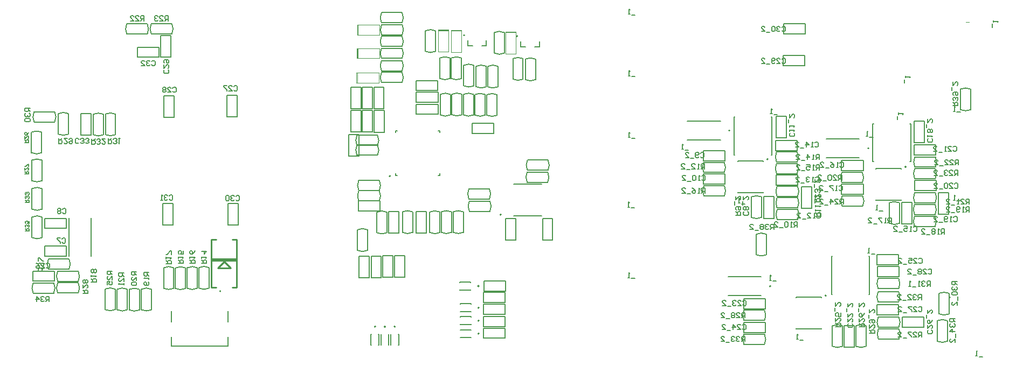
<source format=gbo>
G04*
G04 #@! TF.GenerationSoftware,Altium Limited,Altium Designer,23.6.0 (18)*
G04*
G04 Layer_Color=32896*
%FSLAX44Y44*%
%MOMM*%
G71*
G04*
G04 #@! TF.SameCoordinates,A137800D-7D6B-43E2-A44D-125AE26CC9B3*
G04*
G04*
G04 #@! TF.FilePolarity,Positive*
G04*
G01*
G75*
%ADD10C,0.2000*%
%ADD11C,0.1500*%
%ADD12C,0.1270*%
%ADD13C,0.1250*%
%ADD14C,0.2500*%
%ADD17C,0.1000*%
%ADD170R,4.0000X0.5000*%
D10*
X1191064Y535538D02*
G03*
X1191064Y551438I-16149J7950D01*
G01*
X1158766D02*
G03*
X1158766Y535538I16149J-7950D01*
G01*
X1158266Y532688D02*
G03*
X1158266Y516788I16149J-7950D01*
G01*
X1190564D02*
G03*
X1190564Y532688I-16149J7950D01*
G01*
X1021715Y622589D02*
G03*
X1037615Y622589I7950J16149D01*
G01*
Y654887D02*
G03*
X1021715Y654887I-7950J-16149D01*
G01*
X1055865Y655137D02*
G03*
X1039965Y655137I-7950J-16149D01*
G01*
Y622839D02*
G03*
X1055865Y622839I7950J16149D01*
G01*
X1005465Y437589D02*
G03*
X1021365Y437589I7950J16149D01*
G01*
Y469887D02*
G03*
X1005465Y469887I-7950J-16149D01*
G01*
X1099064Y490538D02*
G03*
X1099064Y506439I-16149J7950D01*
G01*
X1066766D02*
G03*
X1066766Y490538I16149J-7950D01*
G01*
X1092365Y654637D02*
G03*
X1076465Y654637I-7950J-16149D01*
G01*
Y622339D02*
G03*
X1092365Y622339I7950J16149D01*
G01*
X1074115Y654887D02*
G03*
X1058215Y654887I-7950J-16149D01*
G01*
Y622589D02*
G03*
X1074115Y622589I7950J16149D01*
G01*
X1042215Y437839D02*
G03*
X1058115Y437839I7950J16149D01*
G01*
Y470137D02*
G03*
X1042215Y470137I-7950J-16149D01*
G01*
X1039365Y470137D02*
G03*
X1023465Y470137I-7950J-16149D01*
G01*
Y437839D02*
G03*
X1039365Y437839I7950J16149D01*
G01*
X1074615Y700637D02*
G03*
X1058715Y700637I-7950J-16149D01*
G01*
Y668339D02*
G03*
X1074615Y668339I7950J16149D01*
G01*
X1094115Y699137D02*
G03*
X1078215Y699137I-7950J-16149D01*
G01*
Y666839D02*
G03*
X1094115Y666839I7950J16149D01*
G01*
X1112365Y699137D02*
G03*
X1096465Y699137I-7950J-16149D01*
G01*
Y666839D02*
G03*
X1112365Y666839I7950J16149D01*
G01*
X998465Y722589D02*
G03*
X1014365Y722589I7950J16149D01*
G01*
Y754887D02*
G03*
X998465Y754887I-7950J-16149D01*
G01*
X1037115Y712137D02*
G03*
X1021215Y712137I-7950J-16149D01*
G01*
Y679839D02*
G03*
X1037115Y679839I7950J16149D01*
G01*
X1106465Y719839D02*
G03*
X1122365Y719839I7950J16149D01*
G01*
Y752137D02*
G03*
X1106465Y752137I-7950J-16149D01*
G01*
X1039215Y679839D02*
G03*
X1055115Y679839I7950J16149D01*
G01*
Y712137D02*
G03*
X1039215Y712137I-7950J-16149D01*
G01*
X1151865Y711137D02*
G03*
X1135965Y711137I-7950J-16149D01*
G01*
Y678839D02*
G03*
X1151865Y678839I7950J16149D01*
G01*
X1155465Y678089D02*
G03*
X1171365Y678089I7950J16149D01*
G01*
Y710387D02*
G03*
X1155465Y710387I-7950J-16149D01*
G01*
X1099814Y471038D02*
G03*
X1099814Y486939I-16149J7950D01*
G01*
X1067516D02*
G03*
X1067516Y471038I16149J-7950D01*
G01*
X923314Y574538D02*
G03*
X923314Y590439I-16149J7950D01*
G01*
X891016D02*
G03*
X891016Y574538I16149J-7950D01*
G01*
X923314Y559288D02*
G03*
X923314Y575189I-16149J7950D01*
G01*
X891016D02*
G03*
X891016Y559288I16149J-7950D01*
G01*
X926064Y503788D02*
G03*
X926064Y519689I-16149J7950D01*
G01*
X893766D02*
G03*
X893766Y503788I16149J-7950D01*
G01*
X893766Y503189D02*
G03*
X893766Y487288I16149J-7950D01*
G01*
X926064D02*
G03*
X926064Y503189I-16149J7950D01*
G01*
X891715Y409589D02*
G03*
X907615Y409589I7950J16149D01*
G01*
Y441887D02*
G03*
X891715Y441887I-7950J-16149D01*
G01*
X1095215Y622089D02*
G03*
X1111115Y622089I7950J16149D01*
G01*
Y654387D02*
G03*
X1095215Y654387I-7950J-16149D01*
G01*
X929516Y707939D02*
G03*
X929516Y692038I16149J-7950D01*
G01*
X961814D02*
G03*
X961814Y707939I-16149J7950D01*
G01*
X929516Y746189D02*
G03*
X929516Y730288I16149J-7950D01*
G01*
X961814D02*
G03*
X961814Y746189I-16149J7950D01*
G01*
X929516Y783439D02*
G03*
X929516Y767538I16149J-7950D01*
G01*
X961814D02*
G03*
X961814Y783439I-16149J7950D01*
G01*
X921965Y437339D02*
G03*
X937865Y437339I7950J16149D01*
G01*
Y469637D02*
G03*
X921965Y469637I-7950J-16149D01*
G01*
X962465Y437839D02*
G03*
X978365Y437839I7950J16149D01*
G01*
Y470137D02*
G03*
X962465Y470137I-7950J-16149D01*
G01*
X929516Y689438D02*
G03*
X929516Y673538I16149J-7950D01*
G01*
X961814D02*
G03*
X961814Y689438I-16149J7950D01*
G01*
X929516Y727439D02*
G03*
X929516Y711538I16149J-7950D01*
G01*
X961814D02*
G03*
X961814Y727439I-16149J7950D01*
G01*
X929766Y764689D02*
G03*
X929766Y748788I16149J-7950D01*
G01*
X962064D02*
G03*
X962064Y764689I-16149J7950D01*
G01*
X1117565Y465888D02*
G03*
X1117565Y465888I-1000J0D01*
G01*
X935665Y289478D02*
G03*
X935665Y289478I-1000J0D01*
G01*
X951165Y289728D02*
G03*
X951165Y289728I-1000J0D01*
G01*
X920165D02*
G03*
X920165Y289728I-1000J0D01*
G01*
X1082905Y319238D02*
G03*
X1082905Y319238I-1000J0D01*
G01*
X1082655Y353238D02*
G03*
X1082655Y353238I-1000J0D01*
G01*
X1082905Y278488D02*
G03*
X1082905Y278488I-1000J0D01*
G01*
Y298988D02*
G03*
X1082905Y298988I-1000J0D01*
G01*
X1060165Y747988D02*
G03*
X1060165Y747988I-1000J0D01*
G01*
X1143415Y746488D02*
G03*
X1143415Y746488I-1000J0D01*
G01*
X943665Y526238D02*
G03*
X943665Y526238I-1000J0D01*
G01*
X1476900Y598000D02*
G03*
X1476900Y598000I-1000J0D01*
G01*
X1695150Y570000D02*
G03*
X1695150Y570000I-1000J0D01*
G01*
X1540750Y353250D02*
G03*
X1540750Y353250I-1000J0D01*
G01*
X1536850Y552900D02*
G03*
X1536850Y552900I-1000J0D01*
G01*
X1753670Y540950D02*
G03*
X1753670Y540950I-1000J0D01*
G01*
X1628170Y338400D02*
G03*
X1628170Y338400I-1000J0D01*
G01*
X1510550Y461351D02*
G03*
X1526450Y461351I7950J16149D01*
G01*
Y493649D02*
G03*
X1510550Y493649I-7950J-16149D01*
G01*
X1583399Y458050D02*
G03*
X1583399Y473950I-16149J7950D01*
G01*
X1551101D02*
G03*
X1551101Y458050I16149J-7950D01*
G01*
X1583149Y476300D02*
G03*
X1583149Y492200I-16149J7950D01*
G01*
X1550851D02*
G03*
X1550851Y476300I16149J-7950D01*
G01*
X1467899Y532050D02*
G03*
X1467899Y547950I-16149J7950D01*
G01*
X1435601D02*
G03*
X1435601Y532050I16149J-7950D01*
G01*
X1550851Y510200D02*
G03*
X1550851Y494300I16149J-7950D01*
G01*
X1583149D02*
G03*
X1583149Y510200I-16149J7950D01*
G01*
X1582399Y548550D02*
G03*
X1582399Y564450I-16149J7950D01*
G01*
X1550101D02*
G03*
X1550101Y548550I16149J-7950D01*
G01*
X1582399Y530300D02*
G03*
X1582399Y546200I-16149J7950D01*
G01*
X1550101D02*
G03*
X1550101Y530300I16149J-7950D01*
G01*
X1435851Y511200D02*
G03*
X1435851Y495300I16149J-7950D01*
G01*
X1468149D02*
G03*
X1468149Y511200I-16149J7950D01*
G01*
X1742950Y484399D02*
G03*
X1727050Y484399I-7950J-16149D01*
G01*
Y452101D02*
G03*
X1742950Y452101I7950J16149D01*
G01*
X1766851Y462950D02*
G03*
X1766851Y447050I16149J-7950D01*
G01*
X1799149D02*
G03*
X1799149Y462950I-16149J7950D01*
G01*
X1766851Y481700D02*
G03*
X1766851Y465800I16149J-7950D01*
G01*
X1799149D02*
G03*
X1799149Y481700I-16149J7950D01*
G01*
X1652601Y531950D02*
G03*
X1652601Y516050I16149J-7950D01*
G01*
X1684899D02*
G03*
X1684899Y531950I-16149J7950D01*
G01*
X1799399Y484550D02*
G03*
X1799399Y500450I-16149J7950D01*
G01*
X1767101D02*
G03*
X1767101Y484550I16149J-7950D01*
G01*
X1767351Y556450D02*
G03*
X1767351Y540550I16149J-7950D01*
G01*
X1799649D02*
G03*
X1799649Y556450I-16149J7950D01*
G01*
X1767101Y537950D02*
G03*
X1767101Y522050I16149J-7950D01*
G01*
X1799399D02*
G03*
X1799399Y537950I-16149J7950D01*
G01*
X1685399Y479050D02*
G03*
X1685399Y494950I-16149J7950D01*
G01*
X1653101D02*
G03*
X1653101Y479050I16149J-7950D01*
G01*
X1637800Y258601D02*
G03*
X1653700Y258601I7950J16149D01*
G01*
Y290899D02*
G03*
X1637800Y290899I-7950J-16149D01*
G01*
X1674800Y258601D02*
G03*
X1690700Y258601I7950J16149D01*
G01*
Y290899D02*
G03*
X1674800Y290899I-7950J-16149D01*
G01*
X1742399Y270050D02*
G03*
X1742399Y285950I-16149J7950D01*
G01*
X1710101D02*
G03*
X1710101Y270050I16149J-7950D01*
G01*
X1498851Y315200D02*
G03*
X1498851Y299300I16149J-7950D01*
G01*
X1531149D02*
G03*
X1531149Y315200I-16149J7950D01*
G01*
X1709851Y304450D02*
G03*
X1709851Y288550I16149J-7950D01*
G01*
X1742149D02*
G03*
X1742149Y304450I-16149J7950D01*
G01*
X1821200Y341899D02*
G03*
X1805300Y341899I-7950J-16149D01*
G01*
Y309601D02*
G03*
X1821200Y309601I7950J16149D01*
G01*
X1741899Y349300D02*
G03*
X1741899Y365200I-16149J7950D01*
G01*
X1709601D02*
G03*
X1709601Y349300I16149J-7950D01*
G01*
X1741899Y328550D02*
G03*
X1741899Y344450I-16149J7950D01*
G01*
X1709601D02*
G03*
X1709601Y328550I16149J-7950D01*
G01*
X1531149Y261800D02*
G03*
X1531149Y277700I-16149J7950D01*
G01*
X1498851D02*
G03*
X1498851Y261800I16149J-7950D01*
G01*
X1802550Y266601D02*
G03*
X1818450Y266601I7950J16149D01*
G01*
Y298899D02*
G03*
X1802550Y298899I-7950J-16149D01*
G01*
X1823000Y335500D02*
G03*
X1823000Y335500I-1000J0D01*
G01*
X1839050Y630851D02*
G03*
X1854950Y630851I7950J16149D01*
G01*
Y663149D02*
G03*
X1839050Y663149I-7950J-16149D01*
G01*
X1533950Y434899D02*
G03*
X1518050Y434899I-7950J-16149D01*
G01*
Y402601D02*
G03*
X1533950Y402601I7950J16149D01*
G01*
X495300Y316351D02*
G03*
X511200Y316351I7950J16149D01*
G01*
Y348649D02*
G03*
X495300Y348649I-7950J-16149D01*
G01*
X380550Y474351D02*
G03*
X396450Y474351I7950J16149D01*
G01*
Y506649D02*
G03*
X380550Y506649I-7950J-16149D01*
G01*
X380300Y519101D02*
G03*
X396200Y519101I7950J16149D01*
G01*
Y551399D02*
G03*
X380300Y551399I-7950J-16149D01*
G01*
X380550Y429601D02*
G03*
X396450Y429601I7950J16149D01*
G01*
Y461899D02*
G03*
X380550Y461899I-7950J-16149D01*
G01*
X379800Y563101D02*
G03*
X395700Y563101I7950J16149D01*
G01*
Y595399D02*
G03*
X379800Y595399I-7950J-16149D01*
G01*
X529351Y765700D02*
G03*
X529351Y749800I16149J-7950D01*
G01*
X561649D02*
G03*
X561649Y765700I-16149J7950D01*
G01*
X600149Y750050D02*
G03*
X600149Y765950I-16149J7950D01*
G01*
X567851D02*
G03*
X567851Y750050I16149J-7950D01*
G01*
X677000Y345250D02*
G03*
X677000Y345250I-1000J0D01*
G01*
X603200Y382149D02*
G03*
X587300Y382149I-7950J-16149D01*
G01*
Y349851D02*
G03*
X603200Y349851I7950J16149D01*
G01*
X642800Y350101D02*
G03*
X658700Y350101I7950J16149D01*
G01*
Y382399D02*
G03*
X642800Y382399I-7950J-16149D01*
G01*
X640200Y382149D02*
G03*
X624300Y382149I-7950J-16149D01*
G01*
Y349851D02*
G03*
X640200Y349851I7950J16149D01*
G01*
X621700Y381899D02*
G03*
X605800Y381899I-7950J-16149D01*
G01*
Y349601D02*
G03*
X621700Y349601I7950J16149D01*
G01*
X414649Y342300D02*
G03*
X414649Y358200I-16149J7950D01*
G01*
X382351D02*
G03*
X382351Y342300I16149J-7950D01*
G01*
X406351Y395950D02*
G03*
X406351Y380050I16149J-7950D01*
G01*
X438649D02*
G03*
X438649Y395950I-16149J7950D01*
G01*
X420851Y376700D02*
G03*
X420851Y360800I16149J-7950D01*
G01*
X453149D02*
G03*
X453149Y376700I-16149J7950D01*
G01*
X453149Y342550D02*
G03*
X453149Y358450I-16149J7950D01*
G01*
X420851D02*
G03*
X420851Y342550I16149J-7950D01*
G01*
X549200Y348149D02*
G03*
X533300Y348149I-7950J-16149D01*
G01*
Y315851D02*
G03*
X549200Y315851I7950J16149D01*
G01*
X530200Y348399D02*
G03*
X514300Y348399I-7950J-16149D01*
G01*
Y316101D02*
G03*
X530200Y316101I7950J16149D01*
G01*
X568200Y348399D02*
G03*
X552300Y348399I-7950J-16149D01*
G01*
Y316101D02*
G03*
X568200Y316101I7950J16149D01*
G01*
X416149Y611550D02*
G03*
X416149Y627450I-16149J7950D01*
G01*
X383851D02*
G03*
X383851Y611550I16149J-7950D01*
G01*
X437700Y624649D02*
G03*
X421800Y624649I-7950J-16149D01*
G01*
Y592351D02*
G03*
X437700Y592351I7950J16149D01*
G01*
X492700Y623649D02*
G03*
X476800Y623649I-7950J-16149D01*
G01*
Y591351D02*
G03*
X492700Y591351I7950J16149D01*
G01*
X511700Y623899D02*
G03*
X495800Y623899I-7950J-16149D01*
G01*
Y591601D02*
G03*
X511700Y591601I7950J16149D01*
G01*
X1124415Y425738D02*
X1140415D01*
X1124415D02*
Y459738D01*
X1140415D01*
Y425738D02*
Y459738D01*
X1182415Y425738D02*
X1198415D01*
X1182415D02*
Y459738D01*
X1198415D01*
Y425738D02*
Y459738D01*
X1090165Y345488D02*
Y361488D01*
Y345488D02*
X1124165D01*
Y361488D01*
X1090165D02*
X1124165D01*
X1089915Y327238D02*
Y343238D01*
Y327238D02*
X1123915D01*
Y343238D01*
X1089915D02*
X1123915D01*
X1089915Y309238D02*
Y325238D01*
Y309238D02*
X1123915D01*
Y325238D01*
X1089915D02*
X1123915D01*
X1089665Y271238D02*
Y287238D01*
Y271238D02*
X1123665D01*
Y287238D01*
X1089665D02*
X1123665D01*
X1089665Y289738D02*
Y305738D01*
Y289738D02*
X1123665D01*
Y305738D01*
X1089665D02*
X1123665D01*
X917415Y631988D02*
X933415D01*
X917415D02*
Y665988D01*
X933415D01*
Y631988D02*
Y665988D01*
X899415Y631988D02*
X915415D01*
X899415D02*
Y665988D01*
X915415D01*
Y631988D02*
Y665988D01*
X881415Y631988D02*
X897415D01*
X881415D02*
Y665988D01*
X897415D01*
Y631988D02*
Y665988D01*
X917665Y595488D02*
X933665D01*
X917665D02*
Y629488D01*
X933665D01*
Y595488D02*
Y629488D01*
X899415Y595738D02*
X915415D01*
X899415D02*
Y629738D01*
X915415D01*
Y595738D02*
Y629738D01*
X881415Y595738D02*
X897415D01*
X881415D02*
Y629738D01*
X897415D01*
Y595738D02*
Y629738D01*
X878165Y557988D02*
Y591988D01*
Y557988D02*
X894165D01*
Y591988D01*
X878165D02*
X894165D01*
X1071915Y593488D02*
X1105915D01*
Y609488D01*
X1071915D02*
X1105915D01*
X1071915Y593488D02*
Y609488D01*
X983665Y436988D02*
Y470988D01*
Y436988D02*
X999665D01*
Y470988D01*
X983665D02*
X999665D01*
X892915Y487738D02*
X926915D01*
X892915Y471738D02*
Y487738D01*
Y471738D02*
X926915D01*
Y487738D01*
X949665Y366988D02*
Y400988D01*
X965665D01*
Y366988D02*
Y400988D01*
X949665Y366988D02*
X965665D01*
X931415Y367238D02*
Y401238D01*
X947415D01*
Y367238D02*
Y401238D01*
X931415Y367238D02*
X947415D01*
X913165Y366738D02*
Y400738D01*
X929165D01*
Y366738D02*
Y400738D01*
X913165Y366738D02*
X929165D01*
X894415Y366488D02*
Y400488D01*
X910415D01*
Y366488D02*
Y400488D01*
X894415Y366488D02*
X910415D01*
X940415Y436488D02*
Y470488D01*
Y436488D02*
X956415D01*
Y470488D01*
X940415D02*
X956415D01*
X984165Y623488D02*
X1018165D01*
Y639488D01*
X984165D02*
X1018165D01*
X984165Y623488D02*
Y639488D01*
Y642238D02*
X1018165D01*
Y658238D01*
X984165D02*
X1018165D01*
X984165Y642238D02*
Y658238D01*
X983915Y660738D02*
X1017915D01*
Y676738D01*
X983915D02*
X1017915D01*
X983915Y660738D02*
Y676738D01*
X1158915Y535488D02*
X1190915D01*
X1158915Y551488D02*
X1190915D01*
X1158415Y532738D02*
X1190415D01*
X1158415Y516738D02*
X1190415D01*
X1021665Y622738D02*
Y654738D01*
X1037665Y622738D02*
Y654738D01*
X1055915Y622988D02*
Y654988D01*
X1039915Y622988D02*
Y654988D01*
X1005415Y437738D02*
Y469738D01*
X1021415Y437738D02*
Y469738D01*
X1066915Y490488D02*
X1098915D01*
X1066915Y506488D02*
X1098915D01*
X1092415Y622488D02*
Y654488D01*
X1076415Y622488D02*
Y654488D01*
X1074165Y622738D02*
Y654738D01*
X1058165Y622738D02*
Y654738D01*
X1042165Y437988D02*
Y469988D01*
X1058165Y437988D02*
Y469988D01*
X1039415Y437988D02*
Y469988D01*
X1023415Y437988D02*
Y469988D01*
X1074665Y668488D02*
Y700488D01*
X1058665Y668488D02*
Y700488D01*
X1094165Y666988D02*
Y698988D01*
X1078165Y666988D02*
Y698988D01*
X1112415Y666988D02*
Y698988D01*
X1096415Y666988D02*
Y698988D01*
X998415Y722738D02*
Y754738D01*
X1014415Y722738D02*
Y754738D01*
X1037165Y679988D02*
Y711988D01*
X1021165Y679988D02*
Y711988D01*
X1106415Y719988D02*
Y751988D01*
X1122415Y719988D02*
Y751988D01*
X1039165Y679988D02*
Y711988D01*
X1055165Y679988D02*
Y711988D01*
X1151915Y678988D02*
Y710988D01*
X1135915Y678988D02*
Y710988D01*
X1155415Y678238D02*
Y710238D01*
X1171415Y678238D02*
Y710238D01*
X1067665Y470988D02*
X1099665D01*
X1067665Y486988D02*
X1099665D01*
X891165Y574488D02*
X923165D01*
X891165Y590488D02*
X923165D01*
X891165Y559238D02*
X923165D01*
X891165Y575238D02*
X923165D01*
X893915Y503738D02*
X925915D01*
X893915Y519738D02*
X925915D01*
X893915Y503238D02*
X925915D01*
X893915Y487238D02*
X925915D01*
X907665Y409738D02*
Y441738D01*
X891665Y409738D02*
Y441738D01*
X1095165Y622238D02*
Y654238D01*
X1111165Y622238D02*
Y654238D01*
X929665Y691988D02*
X961665D01*
X929665Y707988D02*
X961665D01*
X929665Y730238D02*
X961665D01*
X929665Y746238D02*
X961665D01*
X929665Y767488D02*
X961665D01*
X929665Y783488D02*
X961665D01*
X921915Y437488D02*
Y469488D01*
X937915Y437488D02*
Y469488D01*
X962415Y437988D02*
Y469988D01*
X978415Y437988D02*
Y469988D01*
X929665Y673488D02*
X961665D01*
X929665Y689488D02*
X961665D01*
X929665Y711488D02*
X961665D01*
X929665Y727488D02*
X961665D01*
X929915Y748738D02*
X961915D01*
X929915Y764738D02*
X961915D01*
X1530000Y460000D02*
X1546000D01*
X1530000D02*
Y494000D01*
X1546000D01*
Y460000D02*
Y494000D01*
X1435000Y550250D02*
Y566250D01*
X1469000D01*
Y550250D02*
Y566250D01*
X1435000Y550250D02*
X1469000D01*
X1434750Y513750D02*
Y529750D01*
X1468750D01*
Y513750D02*
Y529750D01*
X1434750Y513750D02*
X1468750D01*
X1549250Y620750D02*
X1565250D01*
Y586750D02*
Y620750D01*
X1549250Y586750D02*
X1565250D01*
X1549250D02*
Y620750D01*
X1589000Y509750D02*
X1605000D01*
Y475750D02*
Y509750D01*
X1589000Y475750D02*
X1605000D01*
X1589000D02*
Y509750D01*
X1549500Y512500D02*
Y528500D01*
X1583500D01*
Y512500D02*
Y528500D01*
X1549500Y512500D02*
X1583500D01*
X1548500Y566250D02*
Y582250D01*
X1582500D01*
Y566250D02*
Y582250D01*
X1548500Y566250D02*
X1582500D01*
X1762500Y451250D02*
Y485250D01*
X1746500D02*
X1762500D01*
X1746500Y451250D02*
Y485250D01*
Y451250D02*
X1762500D01*
X1652250Y534750D02*
X1686250D01*
Y550750D01*
X1652250D02*
X1686250D01*
X1652250Y534750D02*
Y550750D01*
Y497750D02*
X1686250D01*
Y513750D01*
X1652250D02*
X1686250D01*
X1652250Y497750D02*
Y513750D01*
X1766000Y578750D02*
Y612750D01*
Y578750D02*
X1782000D01*
Y612750D01*
X1766000D02*
X1782000D01*
X1804250Y466500D02*
Y500500D01*
Y466500D02*
X1820250D01*
Y500500D01*
X1804250D02*
X1820250D01*
X1766750Y503500D02*
X1800750D01*
Y519500D01*
X1766750D02*
X1800750D01*
X1766750Y503500D02*
Y519500D01*
X1766250Y559500D02*
X1800250D01*
Y575500D01*
X1766250D02*
X1800250D01*
X1766250Y559500D02*
Y575500D01*
X1656250Y257250D02*
X1672250D01*
X1656250D02*
Y291250D01*
X1672250D01*
Y257250D02*
Y291250D01*
X1498750Y317750D02*
X1532750D01*
Y333750D01*
X1498750D02*
X1532750D01*
X1498750Y317750D02*
Y333750D01*
X1498250Y280500D02*
X1532250D01*
Y296500D01*
X1498250D02*
X1532250D01*
X1498250Y280500D02*
Y296500D01*
X1708000Y387000D02*
X1742000D01*
Y403000D01*
X1708000D02*
X1742000D01*
X1708000Y387000D02*
Y403000D01*
X1747250Y288500D02*
Y304500D01*
X1781250D01*
Y288500D02*
Y304500D01*
X1747250Y288500D02*
X1781250D01*
X1708000Y308250D02*
Y324250D01*
X1742000D01*
Y308250D02*
Y324250D01*
X1708000Y308250D02*
X1742000D01*
X1708250Y368000D02*
X1742250D01*
Y384000D01*
X1708250D02*
X1742250D01*
X1708250Y368000D02*
Y384000D01*
X1560250Y699750D02*
Y715750D01*
X1594250D01*
Y699750D02*
Y715750D01*
X1560250Y699750D02*
X1594250D01*
X1561000Y750000D02*
Y766000D01*
X1595000D01*
Y750000D02*
Y766000D01*
X1561000Y750000D02*
X1595000D01*
X1510500Y461500D02*
Y493500D01*
X1526500Y461500D02*
Y493500D01*
X1551250Y458000D02*
X1583250D01*
X1551250Y474000D02*
X1583250D01*
X1551000Y476250D02*
X1583000D01*
X1551000Y492250D02*
X1583000D01*
X1435750Y532000D02*
X1467750D01*
X1435750Y548000D02*
X1467750D01*
X1551000Y510250D02*
X1583000D01*
X1551000Y494250D02*
X1583000D01*
X1550250Y548500D02*
X1582250D01*
X1550250Y564500D02*
X1582250D01*
X1550250Y530250D02*
X1582250D01*
X1550250Y546250D02*
X1582250D01*
X1436000Y511250D02*
X1468000D01*
X1436000Y495250D02*
X1468000D01*
X1743000Y452250D02*
Y484250D01*
X1727000Y452250D02*
Y484250D01*
X1767000Y463000D02*
X1799000D01*
X1767000Y447000D02*
X1799000D01*
X1767000Y481750D02*
X1799000D01*
X1767000Y465750D02*
X1799000D01*
X1652750Y532000D02*
X1684750D01*
X1652750Y516000D02*
X1684750D01*
X1767250Y484500D02*
X1799250D01*
X1767250Y500500D02*
X1799250D01*
X1767500Y556500D02*
X1799500D01*
X1767500Y540500D02*
X1799500D01*
X1767250Y538000D02*
X1799250D01*
X1767250Y522000D02*
X1799250D01*
X1653250Y479000D02*
X1685250D01*
X1653250Y495000D02*
X1685250D01*
X1637750Y258750D02*
Y290750D01*
X1653750Y258750D02*
Y290750D01*
X1674750Y258750D02*
Y290750D01*
X1690750Y258750D02*
Y290750D01*
X1710250Y270000D02*
X1742250D01*
X1710250Y286000D02*
X1742250D01*
X1499000Y315250D02*
X1531000D01*
X1499000Y299250D02*
X1531000D01*
X1710000Y304500D02*
X1742000D01*
X1710000Y288500D02*
X1742000D01*
X1821250Y309750D02*
Y341750D01*
X1805250Y309750D02*
Y341750D01*
X1709750Y349250D02*
X1741750D01*
X1709750Y365250D02*
X1741750D01*
X1709750Y328500D02*
X1741750D01*
X1709750Y344500D02*
X1741750D01*
X1499000Y261750D02*
X1531000D01*
X1499000Y277750D02*
X1531000D01*
X1802500Y266750D02*
Y298750D01*
X1818500Y266750D02*
Y298750D01*
X1839000Y631000D02*
Y663000D01*
X1855000Y631000D02*
Y663000D01*
X1534000Y402750D02*
Y434750D01*
X1518000Y402750D02*
Y434750D01*
X495250Y316500D02*
Y348500D01*
X511250Y316500D02*
Y348500D01*
X380500Y474500D02*
Y506500D01*
X396500Y474500D02*
Y506500D01*
X380250Y519250D02*
Y551250D01*
X396250Y519250D02*
Y551250D01*
X380500Y429750D02*
Y461750D01*
X396500Y429750D02*
Y461750D01*
X379750Y563250D02*
Y595250D01*
X395750Y563250D02*
Y595250D01*
X529500Y765750D02*
X561500D01*
X529500Y749750D02*
X561500D01*
X568000Y750000D02*
X600000D01*
X568000Y766000D02*
X600000D01*
X545750Y729250D02*
X579750D01*
X545750Y713250D02*
Y729250D01*
Y713250D02*
X579750D01*
Y729250D01*
X582750Y713750D02*
Y747750D01*
Y713750D02*
X598750D01*
Y747750D01*
X582750D02*
X598750D01*
X603250Y350000D02*
Y382000D01*
X587250Y350000D02*
Y382000D01*
X642750Y350250D02*
Y382250D01*
X658750Y350250D02*
Y382250D01*
X640250Y350000D02*
Y382000D01*
X624250Y350000D02*
Y382000D01*
X621750Y349750D02*
Y381750D01*
X605750Y349750D02*
Y381750D01*
X382500Y342250D02*
X414500D01*
X382500Y358250D02*
X414500D01*
X406500Y380000D02*
X438500D01*
X406500Y396000D02*
X438500D01*
X421000Y376750D02*
X453000D01*
X421000Y360750D02*
X453000D01*
X421000Y342500D02*
X453000D01*
X421000Y358500D02*
X453000D01*
X382000Y361000D02*
Y377000D01*
X416000D01*
Y361000D02*
Y377000D01*
X382000Y361000D02*
X416000D01*
X686500Y653250D02*
X702500D01*
Y619250D02*
Y653250D01*
X686500Y619250D02*
X702500D01*
X686500D02*
Y653250D01*
X587750Y652500D02*
X603750D01*
Y618500D02*
Y652500D01*
X587750Y618500D02*
X603750D01*
X587750D02*
Y652500D01*
X586000Y483500D02*
X602000D01*
Y449500D02*
Y483500D01*
X586000Y449500D02*
X602000D01*
X586000D02*
Y483500D01*
X688250Y483250D02*
X704250D01*
Y449250D02*
Y483250D01*
X688250Y449250D02*
X704250D01*
X688250D02*
Y483250D01*
X549250Y316000D02*
Y348000D01*
X533250Y316000D02*
Y348000D01*
X530250Y316250D02*
Y348250D01*
X514250Y316250D02*
Y348250D01*
X568250Y316250D02*
Y348250D01*
X552250Y316250D02*
Y348250D01*
X384000Y611500D02*
X416000D01*
X384000Y627500D02*
X416000D01*
X437750Y592500D02*
Y624500D01*
X421750Y592500D02*
Y624500D01*
X492750Y591500D02*
Y623500D01*
X476750Y591500D02*
Y623500D01*
X457000Y590750D02*
X473000D01*
X457000D02*
Y624750D01*
X473000D01*
Y590750D02*
Y624750D01*
X511750Y591750D02*
Y623750D01*
X495750Y591750D02*
Y623750D01*
X400500Y400000D02*
Y416000D01*
X434500D01*
Y400000D02*
Y416000D01*
X400500Y400000D02*
X434500D01*
X400250Y444000D02*
Y460000D01*
X434250D01*
Y444000D02*
Y460000D01*
X400250Y444000D02*
X434250D01*
D11*
X1504832Y470420D02*
X1506165Y469087D01*
Y466421D01*
X1504832Y465088D01*
X1499501D01*
X1498168Y466421D01*
Y469087D01*
X1499501Y470420D01*
X1504832Y473086D02*
X1506165Y474418D01*
Y477084D01*
X1504832Y478417D01*
X1503499D01*
X1502166Y477084D01*
X1500833Y478417D01*
X1499501D01*
X1498168Y477084D01*
Y474418D01*
X1499501Y473086D01*
X1500833D01*
X1502166Y474418D01*
X1503499Y473086D01*
X1504832D01*
X1502166Y474418D02*
Y477084D01*
X1496835Y481083D02*
Y486414D01*
X1498168Y494412D02*
Y489080D01*
X1503499Y494412D01*
X1504832D01*
X1506165Y493079D01*
Y490413D01*
X1504832Y489080D01*
X1430830Y562332D02*
X1432163Y563665D01*
X1434829D01*
X1436162Y562332D01*
Y557001D01*
X1434829Y555668D01*
X1432163D01*
X1430830Y557001D01*
X1428165D02*
X1426832Y555668D01*
X1424166D01*
X1422833Y557001D01*
Y562332D01*
X1424166Y563665D01*
X1426832D01*
X1428165Y562332D01*
Y560999D01*
X1426832Y559666D01*
X1422833D01*
X1420167Y554335D02*
X1414836D01*
X1406838Y555668D02*
X1412170D01*
X1406838Y560999D01*
Y562332D01*
X1408171Y563665D01*
X1410837D01*
X1412170Y562332D01*
X1432663Y526082D02*
X1433996Y527415D01*
X1436661D01*
X1437994Y526082D01*
Y520751D01*
X1436661Y519418D01*
X1433996D01*
X1432663Y520751D01*
X1429997Y519418D02*
X1427331D01*
X1428664D01*
Y527415D01*
X1429997Y526082D01*
X1423332D02*
X1421999Y527415D01*
X1419333D01*
X1418001Y526082D01*
Y520751D01*
X1419333Y519418D01*
X1421999D01*
X1423332Y520751D01*
Y526082D01*
X1415335Y518085D02*
X1410003D01*
X1402006Y519418D02*
X1407337D01*
X1402006Y524749D01*
Y526082D01*
X1403339Y527415D01*
X1406004D01*
X1407337Y526082D01*
X1577082Y594254D02*
X1578415Y592921D01*
Y590255D01*
X1577082Y588922D01*
X1571751D01*
X1570418Y590255D01*
Y592921D01*
X1571751Y594254D01*
X1570418Y596920D02*
Y599585D01*
Y598253D01*
X1578415D01*
X1577082Y596920D01*
X1570418Y603584D02*
Y606250D01*
Y604917D01*
X1578415D01*
X1577082Y603584D01*
X1569085Y610249D02*
Y615580D01*
X1570418Y623578D02*
Y618246D01*
X1575749Y623578D01*
X1577082D01*
X1578415Y622245D01*
Y619579D01*
X1577082Y618246D01*
X1613163Y466832D02*
X1614496Y468165D01*
X1617161D01*
X1618494Y466832D01*
Y461501D01*
X1617161Y460168D01*
X1614496D01*
X1613163Y461501D01*
X1610497Y460168D02*
X1607831D01*
X1609164D01*
Y468165D01*
X1610497Y466832D01*
X1598501Y460168D02*
X1603832D01*
X1598501Y465499D01*
Y466832D01*
X1599834Y468165D01*
X1602499D01*
X1603832Y466832D01*
X1595835Y458835D02*
X1590503D01*
X1582506Y460168D02*
X1587837D01*
X1582506Y465499D01*
Y466832D01*
X1583839Y468165D01*
X1586505D01*
X1587837Y466832D01*
X1611163Y523832D02*
X1612496Y525165D01*
X1615161D01*
X1616494Y523832D01*
Y518501D01*
X1615161Y517168D01*
X1612496D01*
X1611163Y518501D01*
X1608497Y517168D02*
X1605831D01*
X1607164D01*
Y525165D01*
X1608497Y523832D01*
X1601832D02*
X1600499Y525165D01*
X1597834D01*
X1596501Y523832D01*
Y522499D01*
X1597834Y521166D01*
X1599166D01*
X1597834D01*
X1596501Y519834D01*
Y518501D01*
X1597834Y517168D01*
X1600499D01*
X1601832Y518501D01*
X1593835Y515835D02*
X1588503D01*
X1580506Y517168D02*
X1585837D01*
X1580506Y522499D01*
Y523832D01*
X1581839Y525165D01*
X1584505D01*
X1585837Y523832D01*
X1610163Y578582D02*
X1611496Y579915D01*
X1614161D01*
X1615494Y578582D01*
Y573251D01*
X1614161Y571918D01*
X1611496D01*
X1610163Y573251D01*
X1607497Y571918D02*
X1604831D01*
X1606164D01*
Y579915D01*
X1607497Y578582D01*
X1596833Y571918D02*
Y579915D01*
X1600832Y575916D01*
X1595501D01*
X1592835Y570585D02*
X1587503D01*
X1579506Y571918D02*
X1584837D01*
X1579506Y577249D01*
Y578582D01*
X1580839Y579915D01*
X1583504D01*
X1584837Y578582D01*
X1764913Y446082D02*
X1766246Y447415D01*
X1768911D01*
X1770244Y446082D01*
Y440751D01*
X1768911Y439418D01*
X1766246D01*
X1764913Y440751D01*
X1762247Y439418D02*
X1759581D01*
X1760914D01*
Y447415D01*
X1762247Y446082D01*
X1750251Y447415D02*
X1755582D01*
Y443416D01*
X1752916Y444749D01*
X1751584D01*
X1750251Y443416D01*
Y440751D01*
X1751584Y439418D01*
X1754249D01*
X1755582Y440751D01*
X1747585Y438085D02*
X1742253D01*
X1734256Y439418D02*
X1739587D01*
X1734256Y444749D01*
Y446082D01*
X1735589Y447415D01*
X1738255D01*
X1739587Y446082D01*
X1649663Y547082D02*
X1650995Y548415D01*
X1653661D01*
X1654994Y547082D01*
Y541751D01*
X1653661Y540418D01*
X1650995D01*
X1649663Y541751D01*
X1646997Y540418D02*
X1644331D01*
X1645664D01*
Y548415D01*
X1646997Y547082D01*
X1635001Y548415D02*
X1637666Y547082D01*
X1640332Y544416D01*
Y541751D01*
X1638999Y540418D01*
X1636333D01*
X1635001Y541751D01*
Y543083D01*
X1636333Y544416D01*
X1640332D01*
X1632335Y539085D02*
X1627003D01*
X1619006Y540418D02*
X1624337D01*
X1619006Y545749D01*
Y547082D01*
X1620339Y548415D01*
X1623004D01*
X1624337Y547082D01*
X1648163Y510332D02*
X1649496Y511665D01*
X1652161D01*
X1653494Y510332D01*
Y505001D01*
X1652161Y503668D01*
X1649496D01*
X1648163Y505001D01*
X1645497Y503668D02*
X1642831D01*
X1644164D01*
Y511665D01*
X1645497Y510332D01*
X1638832Y511665D02*
X1633501D01*
Y510332D01*
X1638832Y505001D01*
Y503668D01*
X1630835Y502335D02*
X1625503D01*
X1617506Y503668D02*
X1622837D01*
X1617506Y508999D01*
Y510332D01*
X1618839Y511665D01*
X1621505D01*
X1622837Y510332D01*
X1793832Y585337D02*
X1795165Y584004D01*
Y581339D01*
X1793832Y580006D01*
X1788501D01*
X1787168Y581339D01*
Y584004D01*
X1788501Y585337D01*
X1787168Y588003D02*
Y590669D01*
Y589336D01*
X1795165D01*
X1793832Y588003D01*
Y594668D02*
X1795165Y596001D01*
Y598666D01*
X1793832Y599999D01*
X1792499D01*
X1791167Y598666D01*
X1789834Y599999D01*
X1788501D01*
X1787168Y598666D01*
Y596001D01*
X1788501Y594668D01*
X1789834D01*
X1791167Y596001D01*
X1792499Y594668D01*
X1793832D01*
X1791167Y596001D02*
Y598666D01*
X1785835Y602665D02*
Y607997D01*
X1787168Y615994D02*
Y610662D01*
X1792499Y615994D01*
X1793832D01*
X1795165Y614661D01*
Y611995D01*
X1793832Y610662D01*
X1828163Y461332D02*
X1829496Y462665D01*
X1832161D01*
X1833494Y461332D01*
Y456001D01*
X1832161Y454668D01*
X1829496D01*
X1828163Y456001D01*
X1825497Y454668D02*
X1822831D01*
X1824164D01*
Y462665D01*
X1825497Y461332D01*
X1818832Y456001D02*
X1817499Y454668D01*
X1814834D01*
X1813501Y456001D01*
Y461332D01*
X1814834Y462665D01*
X1817499D01*
X1818832Y461332D01*
Y459999D01*
X1817499Y458666D01*
X1813501D01*
X1810835Y453335D02*
X1805503D01*
X1797506Y454668D02*
X1802837D01*
X1797506Y459999D01*
Y461332D01*
X1798839Y462665D01*
X1801505D01*
X1802837Y461332D01*
X1829579Y514082D02*
X1830912Y515415D01*
X1833578D01*
X1834911Y514082D01*
Y508751D01*
X1833578Y507418D01*
X1830912D01*
X1829579Y508751D01*
X1821582Y507418D02*
X1826913D01*
X1821582Y512749D01*
Y514082D01*
X1822914Y515415D01*
X1825580D01*
X1826913Y514082D01*
X1818916D02*
X1817583Y515415D01*
X1814917D01*
X1813584Y514082D01*
Y508751D01*
X1814917Y507418D01*
X1817583D01*
X1818916Y508751D01*
Y514082D01*
X1810918Y506085D02*
X1805587D01*
X1797589Y507418D02*
X1802921D01*
X1797589Y512749D01*
Y514082D01*
X1798922Y515415D01*
X1801588D01*
X1802921Y514082D01*
X1827413Y572082D02*
X1828746Y573415D01*
X1831411D01*
X1832744Y572082D01*
Y566751D01*
X1831411Y565418D01*
X1828746D01*
X1827413Y566751D01*
X1819415Y565418D02*
X1824747D01*
X1819415Y570749D01*
Y572082D01*
X1820748Y573415D01*
X1823414D01*
X1824747Y572082D01*
X1816749Y565418D02*
X1814084D01*
X1815416D01*
Y573415D01*
X1816749Y572082D01*
X1810085Y564085D02*
X1804753D01*
X1796756Y565418D02*
X1802087D01*
X1796756Y570749D01*
Y572082D01*
X1798089Y573415D01*
X1800755D01*
X1802087Y572082D01*
X1668582Y294171D02*
X1669915Y292838D01*
Y290172D01*
X1668582Y288839D01*
X1663251D01*
X1661918Y290172D01*
Y292838D01*
X1663251Y294171D01*
X1661918Y302168D02*
Y296837D01*
X1667249Y302168D01*
X1668582D01*
X1669915Y300835D01*
Y298170D01*
X1668582Y296837D01*
X1661918Y310166D02*
Y304834D01*
X1667249Y310166D01*
X1668582D01*
X1669915Y308833D01*
Y306167D01*
X1668582Y304834D01*
X1660585Y312832D02*
Y318163D01*
X1661918Y326161D02*
Y320829D01*
X1667249Y326161D01*
X1668582D01*
X1669915Y324828D01*
Y322162D01*
X1668582Y320829D01*
X1497079Y329332D02*
X1498412Y330665D01*
X1501078D01*
X1502411Y329332D01*
Y324001D01*
X1501078Y322668D01*
X1498412D01*
X1497079Y324001D01*
X1489082Y322668D02*
X1494413D01*
X1489082Y327999D01*
Y329332D01*
X1490414Y330665D01*
X1493080D01*
X1494413Y329332D01*
X1486416D02*
X1485083Y330665D01*
X1482417D01*
X1481084Y329332D01*
Y327999D01*
X1482417Y326666D01*
X1483750D01*
X1482417D01*
X1481084Y325334D01*
Y324001D01*
X1482417Y322668D01*
X1485083D01*
X1486416Y324001D01*
X1478418Y321335D02*
X1473087D01*
X1465089Y322668D02*
X1470421D01*
X1465089Y327999D01*
Y329332D01*
X1466422Y330665D01*
X1469088D01*
X1470421Y329332D01*
X1496329Y291582D02*
X1497662Y292915D01*
X1500328D01*
X1501661Y291582D01*
Y286251D01*
X1500328Y284918D01*
X1497662D01*
X1496329Y286251D01*
X1488332Y284918D02*
X1493663D01*
X1488332Y290249D01*
Y291582D01*
X1489664Y292915D01*
X1492330D01*
X1493663Y291582D01*
X1481667Y284918D02*
Y292915D01*
X1485666Y288916D01*
X1480334D01*
X1477668Y283585D02*
X1472337D01*
X1464339Y284918D02*
X1469671D01*
X1464339Y290249D01*
Y291582D01*
X1465672Y292915D01*
X1468338D01*
X1469671Y291582D01*
X1773329Y395832D02*
X1774662Y397165D01*
X1777328D01*
X1778661Y395832D01*
Y390501D01*
X1777328Y389168D01*
X1774662D01*
X1773329Y390501D01*
X1765332Y389168D02*
X1770663D01*
X1765332Y394499D01*
Y395832D01*
X1766664Y397165D01*
X1769330D01*
X1770663Y395832D01*
X1757334Y397165D02*
X1762666D01*
Y393166D01*
X1760000Y394499D01*
X1758667D01*
X1757334Y393166D01*
Y390501D01*
X1758667Y389168D01*
X1761333D01*
X1762666Y390501D01*
X1754668Y387835D02*
X1749337D01*
X1741339Y389168D02*
X1746671D01*
X1741339Y394499D01*
Y395832D01*
X1742672Y397165D01*
X1745338D01*
X1746671Y395832D01*
X1793582Y283921D02*
X1794915Y282588D01*
Y279922D01*
X1793582Y278589D01*
X1788251D01*
X1786918Y279922D01*
Y282588D01*
X1788251Y283921D01*
X1786918Y291918D02*
Y286587D01*
X1792249Y291918D01*
X1793582D01*
X1794915Y290585D01*
Y287920D01*
X1793582Y286587D01*
X1794915Y299916D02*
X1793582Y297250D01*
X1790916Y294584D01*
X1788251D01*
X1786918Y295917D01*
Y298583D01*
X1788251Y299916D01*
X1789583D01*
X1790916Y298583D01*
Y294584D01*
X1785585Y302582D02*
Y307913D01*
X1786918Y315911D02*
Y310579D01*
X1792249Y315911D01*
X1793582D01*
X1794915Y314578D01*
Y311912D01*
X1793582Y310579D01*
X1773079Y319832D02*
X1774412Y321165D01*
X1777078D01*
X1778411Y319832D01*
Y314501D01*
X1777078Y313168D01*
X1774412D01*
X1773079Y314501D01*
X1765082Y313168D02*
X1770413D01*
X1765082Y318499D01*
Y319832D01*
X1766414Y321165D01*
X1769080D01*
X1770413Y319832D01*
X1762416Y321165D02*
X1757084D01*
Y319832D01*
X1762416Y314501D01*
Y313168D01*
X1754418Y311835D02*
X1749087D01*
X1741089Y313168D02*
X1746421D01*
X1741089Y318499D01*
Y319832D01*
X1742422Y321165D01*
X1745088D01*
X1746421Y319832D01*
X1788329Y378832D02*
X1789662Y380165D01*
X1792328D01*
X1793661Y378832D01*
Y373501D01*
X1792328Y372168D01*
X1789662D01*
X1788329Y373501D01*
X1780332Y372168D02*
X1785663D01*
X1780332Y377499D01*
Y378832D01*
X1781664Y380165D01*
X1784330D01*
X1785663Y378832D01*
X1777666D02*
X1776333Y380165D01*
X1773667D01*
X1772334Y378832D01*
Y377499D01*
X1773667Y376166D01*
X1772334Y374833D01*
Y373501D01*
X1773667Y372168D01*
X1776333D01*
X1777666Y373501D01*
Y374833D01*
X1776333Y376166D01*
X1777666Y377499D01*
Y378832D01*
X1776333Y376166D02*
X1773667D01*
X1769668Y370835D02*
X1764337D01*
X1756339Y372168D02*
X1761671D01*
X1756339Y377499D01*
Y378832D01*
X1757672Y380165D01*
X1760338D01*
X1761671Y378832D01*
X1558329Y710332D02*
X1559662Y711665D01*
X1562328D01*
X1563661Y710332D01*
Y705001D01*
X1562328Y703668D01*
X1559662D01*
X1558329Y705001D01*
X1550332Y703668D02*
X1555663D01*
X1550332Y708999D01*
Y710332D01*
X1551664Y711665D01*
X1554330D01*
X1555663Y710332D01*
X1547666Y705001D02*
X1546333Y703668D01*
X1543667D01*
X1542334Y705001D01*
Y710332D01*
X1543667Y711665D01*
X1546333D01*
X1547666Y710332D01*
Y708999D01*
X1546333Y707666D01*
X1542334D01*
X1539668Y702335D02*
X1534337D01*
X1526339Y703668D02*
X1531671D01*
X1526339Y708999D01*
Y710332D01*
X1527672Y711665D01*
X1530338D01*
X1531671Y710332D01*
X1558329Y760582D02*
X1559662Y761915D01*
X1562328D01*
X1563661Y760582D01*
Y755251D01*
X1562328Y753918D01*
X1559662D01*
X1558329Y755251D01*
X1555663Y760582D02*
X1554330Y761915D01*
X1551664D01*
X1550332Y760582D01*
Y759249D01*
X1551664Y757916D01*
X1552997D01*
X1551664D01*
X1550332Y756584D01*
Y755251D01*
X1551664Y753918D01*
X1554330D01*
X1555663Y755251D01*
X1547666Y760582D02*
X1546333Y761915D01*
X1543667D01*
X1542334Y760582D01*
Y755251D01*
X1543667Y753918D01*
X1546333D01*
X1547666Y755251D01*
Y760582D01*
X1539668Y752585D02*
X1534337D01*
X1526339Y753918D02*
X1531671D01*
X1526339Y759249D01*
Y760582D01*
X1527672Y761915D01*
X1530338D01*
X1531671Y760582D01*
X1411732Y567335D02*
X1406400D01*
X1403734Y568668D02*
X1401068D01*
X1402401D01*
Y576665D01*
X1403734Y575332D01*
X1701482Y587723D02*
X1696150D01*
X1693484Y589056D02*
X1690818D01*
X1692151D01*
Y597053D01*
X1693484Y595720D01*
X1549582Y361085D02*
X1544250D01*
X1541584Y362418D02*
X1538918D01*
X1540251D01*
Y370415D01*
X1541584Y369082D01*
X1500582Y482585D02*
X1495250D01*
X1492584Y483918D02*
X1489918D01*
X1491251D01*
Y491915D01*
X1492584Y490582D01*
X1716862Y471525D02*
X1711530D01*
X1708864Y472858D02*
X1706198D01*
X1707531D01*
Y480855D01*
X1708864Y479522D01*
X1592082Y268335D02*
X1586750D01*
X1584084Y269668D02*
X1581418D01*
X1582751D01*
Y277665D01*
X1584084Y276332D01*
X1551114Y623029D02*
X1545782D01*
X1543116Y624362D02*
X1540450D01*
X1541783D01*
Y632359D01*
X1543116Y631026D01*
X1740085Y615418D02*
Y620750D01*
X1741418Y623416D02*
Y626082D01*
Y624749D01*
X1749415D01*
X1748082Y623416D01*
X1704276Y403827D02*
X1698944D01*
X1696278Y405160D02*
X1693612D01*
X1694945D01*
Y413157D01*
X1696278Y411824D01*
X1485918Y465088D02*
X1493915D01*
Y469087D01*
X1492582Y470420D01*
X1489917D01*
X1488584Y469087D01*
Y465088D01*
Y467754D02*
X1485918Y470420D01*
X1487251Y473086D02*
X1485918Y474418D01*
Y477084D01*
X1487251Y478417D01*
X1492582D01*
X1493915Y477084D01*
Y474418D01*
X1492582Y473086D01*
X1491249D01*
X1489917Y474418D01*
Y478417D01*
X1484585Y481083D02*
Y486414D01*
X1485918Y494412D02*
Y489080D01*
X1491249Y494412D01*
X1492582D01*
X1493915Y493079D01*
Y490413D01*
X1492582Y489080D01*
X1582744Y446168D02*
Y454165D01*
X1578746D01*
X1577413Y452832D01*
Y450167D01*
X1578746Y448834D01*
X1582744D01*
X1580078D02*
X1577413Y446168D01*
X1574747D02*
X1572081D01*
X1573414D01*
Y454165D01*
X1574747Y452832D01*
X1568082D02*
X1566749Y454165D01*
X1564084D01*
X1562751Y452832D01*
Y447501D01*
X1564084Y446168D01*
X1566749D01*
X1568082Y447501D01*
Y452832D01*
X1560085Y444835D02*
X1554753D01*
X1546756Y446168D02*
X1552087D01*
X1546756Y451499D01*
Y452832D01*
X1548089Y454165D01*
X1550755D01*
X1552087Y452832D01*
X1611418Y463172D02*
X1619415D01*
Y467171D01*
X1618082Y468504D01*
X1615417D01*
X1614084Y467171D01*
Y463172D01*
Y465838D02*
X1611418Y468504D01*
Y471170D02*
Y473835D01*
Y472503D01*
X1619415D01*
X1618082Y471170D01*
X1611418Y477834D02*
Y480500D01*
Y479167D01*
X1619415D01*
X1618082Y477834D01*
X1610085Y484499D02*
Y489830D01*
X1611418Y497828D02*
Y492496D01*
X1616749Y497828D01*
X1618082D01*
X1619415Y496495D01*
Y493829D01*
X1618082Y492496D01*
X1436744Y537668D02*
Y545665D01*
X1432746D01*
X1431413Y544332D01*
Y541666D01*
X1432746Y540334D01*
X1436744D01*
X1434078D02*
X1431413Y537668D01*
X1428747D02*
X1426081D01*
X1427414D01*
Y545665D01*
X1428747Y544332D01*
X1416751Y537668D02*
X1422082D01*
X1416751Y542999D01*
Y544332D01*
X1418083Y545665D01*
X1420749D01*
X1422082Y544332D01*
X1414085Y536335D02*
X1408753D01*
X1400756Y537668D02*
X1406087D01*
X1400756Y542999D01*
Y544332D01*
X1402089Y545665D01*
X1404754D01*
X1406087Y544332D01*
X1610668Y485756D02*
X1618665D01*
Y489754D01*
X1617332Y491087D01*
X1614666D01*
X1613334Y489754D01*
Y485756D01*
Y488422D02*
X1610668Y491087D01*
Y493753D02*
Y496419D01*
Y495086D01*
X1618665D01*
X1617332Y493753D01*
Y500418D02*
X1618665Y501751D01*
Y504416D01*
X1617332Y505749D01*
X1615999D01*
X1614666Y504416D01*
Y503083D01*
Y504416D01*
X1613334Y505749D01*
X1612001D01*
X1610668Y504416D01*
Y501751D01*
X1612001Y500418D01*
X1609335Y508415D02*
Y513747D01*
X1610668Y521744D02*
Y516413D01*
X1615999Y521744D01*
X1617332D01*
X1618665Y520411D01*
Y517745D01*
X1617332Y516413D01*
X1616994Y552418D02*
Y560415D01*
X1612995D01*
X1611663Y559082D01*
Y556417D01*
X1612995Y555084D01*
X1616994D01*
X1614328D02*
X1611663Y552418D01*
X1608997D02*
X1606331D01*
X1607664D01*
Y560415D01*
X1608997Y559082D01*
X1598333Y552418D02*
Y560415D01*
X1602332Y556417D01*
X1597001D01*
X1594335Y551085D02*
X1589003D01*
X1581006Y552418D02*
X1586337D01*
X1581006Y557749D01*
Y559082D01*
X1582339Y560415D01*
X1585004D01*
X1586337Y559082D01*
X1617244Y536168D02*
Y544165D01*
X1613246D01*
X1611913Y542832D01*
Y540167D01*
X1613246Y538834D01*
X1617244D01*
X1614578D02*
X1611913Y536168D01*
X1609247D02*
X1606581D01*
X1607914D01*
Y544165D01*
X1609247Y542832D01*
X1597251Y544165D02*
X1602582D01*
Y540167D01*
X1599917Y541499D01*
X1598584D01*
X1597251Y540167D01*
Y537501D01*
X1598584Y536168D01*
X1601249D01*
X1602582Y537501D01*
X1594585Y534835D02*
X1589253D01*
X1581256Y536168D02*
X1586587D01*
X1581256Y541499D01*
Y542832D01*
X1582589Y544165D01*
X1585255D01*
X1586587Y542832D01*
X1437494Y499668D02*
Y507665D01*
X1433495D01*
X1432163Y506332D01*
Y503666D01*
X1433495Y502334D01*
X1437494D01*
X1434828D02*
X1432163Y499668D01*
X1429497D02*
X1426831D01*
X1428164D01*
Y507665D01*
X1429497Y506332D01*
X1417501Y507665D02*
X1420166Y506332D01*
X1422832Y503666D01*
Y501001D01*
X1421499Y499668D01*
X1418833D01*
X1417501Y501001D01*
Y502334D01*
X1418833Y503666D01*
X1422832D01*
X1414835Y498335D02*
X1409503D01*
X1401506Y499668D02*
X1406837D01*
X1401506Y504999D01*
Y506332D01*
X1402839Y507665D01*
X1405504D01*
X1406837Y506332D01*
X1730244Y452668D02*
Y460665D01*
X1726246D01*
X1724913Y459332D01*
Y456666D01*
X1726246Y455334D01*
X1730244D01*
X1727578D02*
X1724913Y452668D01*
X1722247D02*
X1719581D01*
X1720914D01*
Y460665D01*
X1722247Y459332D01*
X1715582Y460665D02*
X1710251D01*
Y459332D01*
X1715582Y454001D01*
Y452668D01*
X1707585Y451335D02*
X1702253D01*
X1694256Y452668D02*
X1699587D01*
X1694256Y457999D01*
Y459332D01*
X1695589Y460665D01*
X1698255D01*
X1699587Y459332D01*
X1813744Y435168D02*
Y443165D01*
X1809745D01*
X1808413Y441832D01*
Y439166D01*
X1809745Y437834D01*
X1813744D01*
X1811078D02*
X1808413Y435168D01*
X1805747D02*
X1803081D01*
X1804414D01*
Y443165D01*
X1805747Y441832D01*
X1799082D02*
X1797749Y443165D01*
X1795083D01*
X1793751Y441832D01*
Y440499D01*
X1795083Y439166D01*
X1793751Y437834D01*
Y436501D01*
X1795083Y435168D01*
X1797749D01*
X1799082Y436501D01*
Y437834D01*
X1797749Y439166D01*
X1799082Y440499D01*
Y441832D01*
X1797749Y439166D02*
X1795083D01*
X1791085Y433835D02*
X1785753D01*
X1777756Y435168D02*
X1783087D01*
X1777756Y440499D01*
Y441832D01*
X1779089Y443165D01*
X1781754D01*
X1783087Y441832D01*
X1852744Y469918D02*
Y477915D01*
X1848746D01*
X1847413Y476582D01*
Y473917D01*
X1848746Y472584D01*
X1852744D01*
X1850078D02*
X1847413Y469918D01*
X1844747D02*
X1842081D01*
X1843414D01*
Y477915D01*
X1844747Y476582D01*
X1838082Y471251D02*
X1836749Y469918D01*
X1834084D01*
X1832751Y471251D01*
Y476582D01*
X1834084Y477915D01*
X1836749D01*
X1838082Y476582D01*
Y475249D01*
X1836749Y473917D01*
X1832751D01*
X1830085Y468585D02*
X1824753D01*
X1816756Y469918D02*
X1822087D01*
X1816756Y475249D01*
Y476582D01*
X1818089Y477915D01*
X1820755D01*
X1822087Y476582D01*
X1652411Y519918D02*
Y527915D01*
X1648412D01*
X1647079Y526582D01*
Y523916D01*
X1648412Y522584D01*
X1652411D01*
X1649745D02*
X1647079Y519918D01*
X1639082D02*
X1644413D01*
X1639082Y525249D01*
Y526582D01*
X1640414Y527915D01*
X1643080D01*
X1644413Y526582D01*
X1636416D02*
X1635083Y527915D01*
X1632417D01*
X1631084Y526582D01*
Y521251D01*
X1632417Y519918D01*
X1635083D01*
X1636416Y521251D01*
Y526582D01*
X1628418Y518585D02*
X1623087D01*
X1615089Y519918D02*
X1620421D01*
X1615089Y525249D01*
Y526582D01*
X1616422Y527915D01*
X1619088D01*
X1620421Y526582D01*
X1852744Y482418D02*
Y490415D01*
X1848746D01*
X1847413Y489082D01*
Y486417D01*
X1848746Y485084D01*
X1852744D01*
X1850078D02*
X1847413Y482418D01*
X1839415D02*
X1844747D01*
X1839415Y487749D01*
Y489082D01*
X1840748Y490415D01*
X1843414D01*
X1844747Y489082D01*
X1836749Y482418D02*
X1834084D01*
X1835416D01*
Y490415D01*
X1836749Y489082D01*
X1830085Y481085D02*
X1824753D01*
X1816756Y482418D02*
X1822087D01*
X1816756Y487749D01*
Y489082D01*
X1818089Y490415D01*
X1820755D01*
X1822087Y489082D01*
X1835661Y543918D02*
Y551915D01*
X1831662D01*
X1830329Y550582D01*
Y547916D01*
X1831662Y546584D01*
X1835661D01*
X1832995D02*
X1830329Y543918D01*
X1822332D02*
X1827663D01*
X1822332Y549249D01*
Y550582D01*
X1823665Y551915D01*
X1826330D01*
X1827663Y550582D01*
X1814334Y543918D02*
X1819666D01*
X1814334Y549249D01*
Y550582D01*
X1815667Y551915D01*
X1818333D01*
X1819666Y550582D01*
X1811668Y542585D02*
X1806337D01*
X1798339Y543918D02*
X1803671D01*
X1798339Y549249D01*
Y550582D01*
X1799672Y551915D01*
X1802338D01*
X1803671Y550582D01*
X1834911Y527418D02*
Y535415D01*
X1830912D01*
X1829579Y534082D01*
Y531416D01*
X1830912Y530084D01*
X1834911D01*
X1832245D02*
X1829579Y527418D01*
X1821582D02*
X1826913D01*
X1821582Y532749D01*
Y534082D01*
X1822914Y535415D01*
X1825580D01*
X1826913Y534082D01*
X1818916D02*
X1817583Y535415D01*
X1814917D01*
X1813584Y534082D01*
Y532749D01*
X1814917Y531416D01*
X1816250D01*
X1814917D01*
X1813584Y530084D01*
Y528751D01*
X1814917Y527418D01*
X1817583D01*
X1818916Y528751D01*
X1810918Y526085D02*
X1805587D01*
X1797589Y527418D02*
X1802921D01*
X1797589Y532749D01*
Y534082D01*
X1798922Y535415D01*
X1801588D01*
X1802921Y534082D01*
X1654911Y482168D02*
Y490165D01*
X1650912D01*
X1649579Y488832D01*
Y486166D01*
X1650912Y484833D01*
X1654911D01*
X1652245D02*
X1649579Y482168D01*
X1641582D02*
X1646913D01*
X1641582Y487499D01*
Y488832D01*
X1642914Y490165D01*
X1645580D01*
X1646913Y488832D01*
X1634917Y482168D02*
Y490165D01*
X1638916Y486166D01*
X1633584D01*
X1630918Y480835D02*
X1625587D01*
X1617589Y482168D02*
X1622921D01*
X1617589Y487499D01*
Y488832D01*
X1618922Y490165D01*
X1621588D01*
X1622921Y488832D01*
X1642668Y289839D02*
X1650665D01*
Y293838D01*
X1649332Y295171D01*
X1646666D01*
X1645334Y293838D01*
Y289839D01*
Y292505D02*
X1642668Y295171D01*
Y303168D02*
Y297837D01*
X1647999Y303168D01*
X1649332D01*
X1650665Y301835D01*
Y299170D01*
X1649332Y297837D01*
X1650665Y311166D02*
Y305834D01*
X1646666D01*
X1647999Y308500D01*
Y309833D01*
X1646666Y311166D01*
X1644001D01*
X1642668Y309833D01*
Y307167D01*
X1644001Y305834D01*
X1641335Y313832D02*
Y319163D01*
X1642668Y327161D02*
Y321829D01*
X1647999Y327161D01*
X1649332D01*
X1650665Y325828D01*
Y323162D01*
X1649332Y321829D01*
X1680168Y289089D02*
X1688165D01*
Y293088D01*
X1686832Y294421D01*
X1684166D01*
X1682834Y293088D01*
Y289089D01*
Y291755D02*
X1680168Y294421D01*
Y302418D02*
Y297087D01*
X1685499Y302418D01*
X1686832D01*
X1688165Y301085D01*
Y298420D01*
X1686832Y297087D01*
X1688165Y310416D02*
X1686832Y307750D01*
X1684166Y305084D01*
X1681501D01*
X1680168Y306417D01*
Y309083D01*
X1681501Y310416D01*
X1682834D01*
X1684166Y309083D01*
Y305084D01*
X1678835Y313082D02*
Y318413D01*
X1680168Y326411D02*
Y321079D01*
X1685499Y326411D01*
X1686832D01*
X1688165Y325078D01*
Y322412D01*
X1686832Y321079D01*
X1778161Y272918D02*
Y280915D01*
X1774162D01*
X1772829Y279582D01*
Y276916D01*
X1774162Y275583D01*
X1778161D01*
X1775495D02*
X1772829Y272918D01*
X1764832D02*
X1770163D01*
X1764832Y278249D01*
Y279582D01*
X1766165Y280915D01*
X1768830D01*
X1770163Y279582D01*
X1762166Y280915D02*
X1756834D01*
Y279582D01*
X1762166Y274251D01*
Y272918D01*
X1754168Y271585D02*
X1748837D01*
X1740839Y272918D02*
X1746171D01*
X1740839Y278249D01*
Y279582D01*
X1742172Y280915D01*
X1744838D01*
X1746171Y279582D01*
X1500411Y303418D02*
Y311415D01*
X1496412D01*
X1495079Y310082D01*
Y307416D01*
X1496412Y306084D01*
X1500411D01*
X1497745D02*
X1495079Y303418D01*
X1487082D02*
X1492413D01*
X1487082Y308749D01*
Y310082D01*
X1488414Y311415D01*
X1491080D01*
X1492413Y310082D01*
X1484416D02*
X1483083Y311415D01*
X1480417D01*
X1479084Y310082D01*
Y308749D01*
X1480417Y307416D01*
X1479084Y306084D01*
Y304751D01*
X1480417Y303418D01*
X1483083D01*
X1484416Y304751D01*
Y306084D01*
X1483083Y307416D01*
X1484416Y308749D01*
Y310082D01*
X1483083Y307416D02*
X1480417D01*
X1476418Y302085D02*
X1471087D01*
X1463089Y303418D02*
X1468421D01*
X1463089Y308749D01*
Y310082D01*
X1464422Y311415D01*
X1467088D01*
X1468421Y310082D01*
X1696168Y279089D02*
X1704165D01*
Y283088D01*
X1702832Y284421D01*
X1700166D01*
X1698833Y283088D01*
Y279089D01*
Y281755D02*
X1696168Y284421D01*
Y292418D02*
Y287087D01*
X1701499Y292418D01*
X1702832D01*
X1704165Y291085D01*
Y288420D01*
X1702832Y287087D01*
X1697501Y295084D02*
X1696168Y296417D01*
Y299083D01*
X1697501Y300416D01*
X1702832D01*
X1704165Y299083D01*
Y296417D01*
X1702832Y295084D01*
X1701499D01*
X1700166Y296417D01*
Y300416D01*
X1694835Y303082D02*
Y308413D01*
X1696168Y316411D02*
Y311079D01*
X1701499Y316411D01*
X1702832D01*
X1704165Y315078D01*
Y312412D01*
X1702832Y311079D01*
X1833582Y360411D02*
X1825585D01*
Y356412D01*
X1826918Y355079D01*
X1829583D01*
X1830916Y356412D01*
Y360411D01*
Y357745D02*
X1833582Y355079D01*
X1826918Y352413D02*
X1825585Y351080D01*
Y348414D01*
X1826918Y347082D01*
X1828251D01*
X1829583Y348414D01*
Y349747D01*
Y348414D01*
X1830916Y347082D01*
X1832249D01*
X1833582Y348414D01*
Y351080D01*
X1832249Y352413D01*
X1826918Y344416D02*
X1825585Y343083D01*
Y340417D01*
X1826918Y339084D01*
X1832249D01*
X1833582Y340417D01*
Y343083D01*
X1832249Y344416D01*
X1826918D01*
X1834915Y336418D02*
Y331087D01*
X1833582Y323089D02*
Y328421D01*
X1828251Y323089D01*
X1826918D01*
X1825585Y324422D01*
Y327088D01*
X1826918Y328421D01*
X1791411Y353168D02*
Y361165D01*
X1787413D01*
X1786080Y359832D01*
Y357166D01*
X1787413Y355834D01*
X1791411D01*
X1788746D02*
X1786080Y353168D01*
X1783414Y359832D02*
X1782081Y361165D01*
X1779415D01*
X1778082Y359832D01*
Y358499D01*
X1779415Y357166D01*
X1780748D01*
X1779415D01*
X1778082Y355834D01*
Y354501D01*
X1779415Y353168D01*
X1782081D01*
X1783414Y354501D01*
X1775416Y353168D02*
X1772751D01*
X1774084D01*
Y361165D01*
X1775416Y359832D01*
X1768752Y351835D02*
X1763420D01*
X1760755Y353168D02*
X1758089D01*
X1759422D01*
Y361165D01*
X1760755Y359832D01*
X1777661Y332168D02*
Y340165D01*
X1773662D01*
X1772329Y338832D01*
Y336166D01*
X1773662Y334833D01*
X1777661D01*
X1774995D02*
X1772329Y332168D01*
X1769663Y338832D02*
X1768330Y340165D01*
X1765665D01*
X1764332Y338832D01*
Y337499D01*
X1765665Y336166D01*
X1766997D01*
X1765665D01*
X1764332Y334833D01*
Y333501D01*
X1765665Y332168D01*
X1768330D01*
X1769663Y333501D01*
X1756334Y332168D02*
X1761666D01*
X1756334Y337499D01*
Y338832D01*
X1757667Y340165D01*
X1760333D01*
X1761666Y338832D01*
X1753668Y330835D02*
X1748337D01*
X1740339Y332168D02*
X1745671D01*
X1740339Y337499D01*
Y338832D01*
X1741672Y340165D01*
X1744338D01*
X1745671Y338832D01*
X1500161Y266168D02*
Y274165D01*
X1496162D01*
X1494829Y272832D01*
Y270166D01*
X1496162Y268834D01*
X1500161D01*
X1497495D02*
X1494829Y266168D01*
X1492163Y272832D02*
X1490830Y274165D01*
X1488165D01*
X1486832Y272832D01*
Y271499D01*
X1488165Y270166D01*
X1489497D01*
X1488165D01*
X1486832Y268834D01*
Y267501D01*
X1488165Y266168D01*
X1490830D01*
X1492163Y267501D01*
X1484166Y272832D02*
X1482833Y274165D01*
X1480167D01*
X1478834Y272832D01*
Y271499D01*
X1480167Y270166D01*
X1481500D01*
X1480167D01*
X1478834Y268834D01*
Y267501D01*
X1480167Y266168D01*
X1482833D01*
X1484166Y267501D01*
X1476168Y264835D02*
X1470837D01*
X1462839Y266168D02*
X1468171D01*
X1462839Y271499D01*
Y272832D01*
X1464172Y274165D01*
X1466838D01*
X1468171Y272832D01*
X1830332Y302161D02*
X1822335D01*
Y298162D01*
X1823668Y296829D01*
X1826334D01*
X1827666Y298162D01*
Y302161D01*
Y299495D02*
X1830332Y296829D01*
X1823668Y294163D02*
X1822335Y292830D01*
Y290165D01*
X1823668Y288832D01*
X1825001D01*
X1826334Y290165D01*
Y291497D01*
Y290165D01*
X1827666Y288832D01*
X1828999D01*
X1830332Y290165D01*
Y292830D01*
X1828999Y294163D01*
X1830332Y282167D02*
X1822335D01*
X1826334Y286166D01*
Y280834D01*
X1831665Y278168D02*
Y272837D01*
X1830332Y264839D02*
Y270171D01*
X1825001Y264839D01*
X1823668D01*
X1822335Y266172D01*
Y268838D01*
X1823668Y270171D01*
X1873582Y242085D02*
X1868250D01*
X1865584Y243418D02*
X1862918D01*
X1864251D01*
Y251415D01*
X1865584Y250082D01*
X1827168Y637089D02*
X1835165D01*
Y641088D01*
X1833832Y642421D01*
X1831166D01*
X1829834Y641088D01*
Y637089D01*
Y639755D02*
X1827168Y642421D01*
X1833832Y645087D02*
X1835165Y646420D01*
Y649085D01*
X1833832Y650418D01*
X1832499D01*
X1831166Y649085D01*
Y647753D01*
Y649085D01*
X1829834Y650418D01*
X1828501D01*
X1827168Y649085D01*
Y646420D01*
X1828501Y645087D01*
Y653084D02*
X1827168Y654417D01*
Y657083D01*
X1828501Y658416D01*
X1833832D01*
X1835165Y657083D01*
Y654417D01*
X1833832Y653084D01*
X1832499D01*
X1831166Y654417D01*
Y658416D01*
X1825835Y661082D02*
Y666413D01*
X1827168Y674411D02*
Y669079D01*
X1832499Y674411D01*
X1833832D01*
X1835165Y673078D01*
Y670412D01*
X1833832Y669079D01*
X1889145Y760428D02*
Y765760D01*
X1890478Y768426D02*
Y771092D01*
Y769759D01*
X1898475D01*
X1897142Y768426D01*
X1751135Y673068D02*
Y678400D01*
X1752468Y681066D02*
Y683732D01*
Y682399D01*
X1760465D01*
X1759132Y681066D01*
X1838642Y627093D02*
X1833310D01*
X1830644Y628426D02*
X1827978D01*
X1829311D01*
Y636423D01*
X1830644Y635090D01*
X1327848Y585945D02*
X1322516D01*
X1319850Y587278D02*
X1317184D01*
X1318517D01*
Y595275D01*
X1319850Y593942D01*
X1327848Y779747D02*
X1322516D01*
X1319850Y781080D02*
X1317184D01*
X1318517D01*
Y789077D01*
X1319850Y787744D01*
X1327848Y682719D02*
X1322516D01*
X1319850Y684052D02*
X1317184D01*
X1318517D01*
Y692049D01*
X1319850Y690716D01*
X1327086Y476471D02*
X1321754D01*
X1319088Y477804D02*
X1316422D01*
X1317755D01*
Y485801D01*
X1319088Y484468D01*
X1327340Y365473D02*
X1322008D01*
X1319342Y366806D02*
X1316676D01*
X1318009D01*
Y374803D01*
X1319342Y373470D01*
X1838642Y487139D02*
X1833310D01*
X1830644Y488472D02*
X1827978D01*
X1829311D01*
Y496469D01*
X1830644Y495136D01*
X1545661Y442668D02*
Y450665D01*
X1541662D01*
X1540329Y449332D01*
Y446666D01*
X1541662Y445334D01*
X1545661D01*
X1542995D02*
X1540329Y442668D01*
X1537663Y449332D02*
X1536330Y450665D01*
X1533665D01*
X1532332Y449332D01*
Y447999D01*
X1533665Y446666D01*
X1534997D01*
X1533665D01*
X1532332Y445334D01*
Y444001D01*
X1533665Y442668D01*
X1536330D01*
X1537663Y444001D01*
X1529666Y449332D02*
X1528333Y450665D01*
X1525667D01*
X1524334Y449332D01*
Y447999D01*
X1525667Y446666D01*
X1524334Y445334D01*
Y444001D01*
X1525667Y442668D01*
X1528333D01*
X1529666Y444001D01*
Y445334D01*
X1528333Y446666D01*
X1529666Y447999D01*
Y449332D01*
X1528333Y446666D02*
X1525667D01*
X1521668Y441335D02*
X1516337D01*
X1508339Y442668D02*
X1513671D01*
X1508339Y447999D01*
Y449332D01*
X1509672Y450665D01*
X1512338D01*
X1513671Y449332D01*
X398749Y376337D02*
X390751D01*
Y380336D01*
X392084Y381668D01*
X394750D01*
X396083Y380336D01*
Y376337D01*
Y379002D02*
X398749Y381668D01*
X392084Y384334D02*
X390751Y385667D01*
Y388333D01*
X392084Y389666D01*
X393417D01*
X394750Y388333D01*
Y387000D01*
Y388333D01*
X396083Y389666D01*
X397416D01*
X398749Y388333D01*
Y385667D01*
X397416Y384334D01*
X390751Y392332D02*
Y397663D01*
X392084D01*
X397416Y392332D01*
X398749D01*
X370001Y439753D02*
X375999D01*
Y442752D01*
X374999Y443751D01*
X373000D01*
X372000Y442752D01*
Y439753D01*
Y441752D02*
X370001Y443751D01*
X374999Y445751D02*
X375999Y446750D01*
Y448750D01*
X374999Y449749D01*
X374000D01*
X373000Y448750D01*
Y447750D01*
Y448750D01*
X372000Y449749D01*
X371001D01*
X370001Y448750D01*
Y446750D01*
X371001Y445751D01*
X375999Y455747D02*
Y451749D01*
X373000D01*
X374000Y453748D01*
Y454748D01*
X373000Y455747D01*
X371001D01*
X370001Y454748D01*
Y452748D01*
X371001Y451749D01*
X407663Y329001D02*
Y336999D01*
X403665D01*
X402332Y335666D01*
Y333000D01*
X403665Y331667D01*
X407663D01*
X404997D02*
X402332Y329001D01*
X399666Y335666D02*
X398333Y336999D01*
X395667D01*
X394334Y335666D01*
Y334333D01*
X395667Y333000D01*
X397000D01*
X395667D01*
X394334Y331667D01*
Y330334D01*
X395667Y329001D01*
X398333D01*
X399666Y330334D01*
X387670Y329001D02*
Y336999D01*
X391668Y333000D01*
X386337D01*
X369751Y484753D02*
X375749D01*
Y487752D01*
X374749Y488751D01*
X372750D01*
X371750Y487752D01*
Y484753D01*
Y486752D02*
X369751Y488751D01*
X374749Y490751D02*
X375749Y491750D01*
Y493750D01*
X374749Y494749D01*
X373750D01*
X372750Y493750D01*
Y492750D01*
Y493750D01*
X371750Y494749D01*
X370751D01*
X369751Y493750D01*
Y491750D01*
X370751Y490751D01*
X374749Y496749D02*
X375749Y497748D01*
Y499748D01*
X374749Y500747D01*
X373750D01*
X372750Y499748D01*
Y498748D01*
Y499748D01*
X371750Y500747D01*
X370751D01*
X369751Y499748D01*
Y497748D01*
X370751Y496749D01*
X474337Y584749D02*
Y576751D01*
X478335D01*
X479668Y578084D01*
Y580750D01*
X478335Y582083D01*
X474337D01*
X477002D02*
X479668Y584749D01*
X482334Y578084D02*
X483667Y576751D01*
X486333D01*
X487666Y578084D01*
Y579417D01*
X486333Y580750D01*
X485000D01*
X486333D01*
X487666Y582083D01*
Y583416D01*
X486333Y584749D01*
X483667D01*
X482334Y583416D01*
X495663Y584749D02*
X490331D01*
X495663Y579417D01*
Y578084D01*
X494330Y576751D01*
X491664D01*
X490331Y578084D01*
X500420Y585499D02*
Y577501D01*
X504418D01*
X505751Y578834D01*
Y581500D01*
X504418Y582833D01*
X500420D01*
X503085D02*
X505751Y585499D01*
X508417Y578834D02*
X509750Y577501D01*
X512416D01*
X513749Y578834D01*
Y580167D01*
X512416Y581500D01*
X511083D01*
X512416D01*
X513749Y582833D01*
Y584166D01*
X512416Y585499D01*
X509750D01*
X508417Y584166D01*
X516414Y585499D02*
X519080D01*
X517747D01*
Y577501D01*
X516414Y578834D01*
X377499Y633163D02*
X369501D01*
Y629165D01*
X370834Y627832D01*
X373500D01*
X374833Y629165D01*
Y633163D01*
Y630498D02*
X377499Y627832D01*
X370834Y625166D02*
X369501Y623833D01*
Y621167D01*
X370834Y619834D01*
X372167D01*
X373500Y621167D01*
Y622500D01*
Y621167D01*
X374833Y619834D01*
X376166D01*
X377499Y621167D01*
Y623833D01*
X376166Y625166D01*
X370834Y617168D02*
X369501Y615835D01*
Y613170D01*
X370834Y611837D01*
X376166D01*
X377499Y613170D01*
Y615835D01*
X376166Y617168D01*
X370834D01*
X422587Y585499D02*
Y577501D01*
X426585D01*
X427918Y578834D01*
Y581500D01*
X426585Y582833D01*
X422587D01*
X425252D02*
X427918Y585499D01*
X435916D02*
X430584D01*
X435916Y580167D01*
Y578834D01*
X434583Y577501D01*
X431917D01*
X430584Y578834D01*
X438582Y584166D02*
X439914Y585499D01*
X442580D01*
X443913Y584166D01*
Y578834D01*
X442580Y577501D01*
X439914D01*
X438582Y578834D01*
Y580167D01*
X439914Y581500D01*
X443913D01*
X460251Y342087D02*
X468249D01*
Y346086D01*
X466916Y347418D01*
X464250D01*
X462917Y346086D01*
Y342087D01*
Y344753D02*
X460251Y347418D01*
Y355416D02*
Y350084D01*
X465583Y355416D01*
X466916D01*
X468249Y354083D01*
Y351417D01*
X466916Y350084D01*
Y358082D02*
X468249Y359414D01*
Y362080D01*
X466916Y363413D01*
X465583D01*
X464250Y362080D01*
X462917Y363413D01*
X461584D01*
X460251Y362080D01*
Y359414D01*
X461584Y358082D01*
X462917D01*
X464250Y359414D01*
X465583Y358082D01*
X466916D01*
X464250Y359414D02*
Y362080D01*
X369501Y529503D02*
X375499D01*
Y532502D01*
X374499Y533501D01*
X372500D01*
X371500Y532502D01*
Y529503D01*
Y531502D02*
X369501Y533501D01*
Y539499D02*
Y535501D01*
X373500Y539499D01*
X374499D01*
X375499Y538500D01*
Y536500D01*
X374499Y535501D01*
X375499Y541499D02*
Y545497D01*
X374499D01*
X370501Y541499D01*
X369501D01*
X369251Y579253D02*
X375249D01*
Y582252D01*
X374249Y583251D01*
X372250D01*
X371250Y582252D01*
Y579253D01*
Y581252D02*
X369251Y583251D01*
Y589249D02*
Y585251D01*
X373250Y589249D01*
X374249D01*
X375249Y588250D01*
Y586250D01*
X374249Y585251D01*
X375249Y595247D02*
X374249Y593248D01*
X372250Y591249D01*
X370251D01*
X369251Y592248D01*
Y594248D01*
X370251Y595247D01*
X371250D01*
X372250Y594248D01*
Y591249D01*
X506749Y376663D02*
X498751D01*
Y372664D01*
X500084Y371332D01*
X502750D01*
X504083Y372664D01*
Y376663D01*
Y373997D02*
X506749Y371332D01*
Y363334D02*
Y368666D01*
X501417Y363334D01*
X500084D01*
X498751Y364667D01*
Y367333D01*
X500084Y368666D01*
X498751Y355337D02*
Y360668D01*
X502750D01*
X501417Y358003D01*
Y356670D01*
X502750Y355337D01*
X505416D01*
X506749Y356670D01*
Y359336D01*
X505416Y360668D01*
X594413Y770501D02*
Y778499D01*
X590415D01*
X589082Y777166D01*
Y774500D01*
X590415Y773167D01*
X594413D01*
X591747D02*
X589082Y770501D01*
X581084D02*
X586416D01*
X581084Y775833D01*
Y777166D01*
X582417Y778499D01*
X585083D01*
X586416Y777166D01*
X578418D02*
X577085Y778499D01*
X574420D01*
X573087Y777166D01*
Y775833D01*
X574420Y774500D01*
X575753D01*
X574420D01*
X573087Y773167D01*
Y771834D01*
X574420Y770501D01*
X577085D01*
X578418Y771834D01*
X556413Y770751D02*
Y778749D01*
X552415D01*
X551082Y777416D01*
Y774750D01*
X552415Y773417D01*
X556413D01*
X553747D02*
X551082Y770751D01*
X543084D02*
X548416D01*
X543084Y776083D01*
Y777416D01*
X544417Y778749D01*
X547083D01*
X548416Y777416D01*
X535087Y770751D02*
X540418D01*
X535087Y776083D01*
Y777416D01*
X536420Y778749D01*
X539086D01*
X540418Y777416D01*
X524749Y373830D02*
X516751D01*
Y369832D01*
X518084Y368499D01*
X520750D01*
X522083Y369832D01*
Y373830D01*
Y371164D02*
X524749Y368499D01*
Y360501D02*
Y365833D01*
X519417Y360501D01*
X518084D01*
X516751Y361834D01*
Y364500D01*
X518084Y365833D01*
X524749Y357835D02*
Y355170D01*
Y356502D01*
X516751D01*
X518084Y357835D01*
X544749Y375663D02*
X536751D01*
Y371665D01*
X538084Y370332D01*
X540750D01*
X542083Y371665D01*
Y375663D01*
Y372997D02*
X544749Y370332D01*
Y362334D02*
Y367666D01*
X539417Y362334D01*
X538084D01*
X536751Y363667D01*
Y366333D01*
X538084Y367666D01*
Y359668D02*
X536751Y358335D01*
Y355670D01*
X538084Y354337D01*
X543416D01*
X544749Y355670D01*
Y358335D01*
X543416Y359668D01*
X538084D01*
X564249Y374747D02*
X556251D01*
Y370748D01*
X557584Y369415D01*
X560250D01*
X561583Y370748D01*
Y374747D01*
Y372081D02*
X564249Y369415D01*
Y366749D02*
Y364084D01*
Y365416D01*
X556251D01*
X557584Y366749D01*
X562916Y360085D02*
X564249Y358752D01*
Y356086D01*
X562916Y354753D01*
X557584D01*
X556251Y356086D01*
Y358752D01*
X557584Y360085D01*
X558917D01*
X560250Y358752D01*
Y354753D01*
X473501Y359753D02*
X481499D01*
Y363752D01*
X480166Y365085D01*
X477500D01*
X476167Y363752D01*
Y359753D01*
Y362419D02*
X473501Y365085D01*
Y367751D02*
Y370416D01*
Y369084D01*
X481499D01*
X480166Y367751D01*
Y374415D02*
X481499Y375748D01*
Y378414D01*
X480166Y379747D01*
X478833D01*
X477500Y378414D01*
X476167Y379747D01*
X474834D01*
X473501Y378414D01*
Y375748D01*
X474834Y374415D01*
X476167D01*
X477500Y375748D01*
X478833Y374415D01*
X480166D01*
X477500Y375748D02*
Y378414D01*
X591251Y388503D02*
X599249D01*
Y392502D01*
X597916Y393835D01*
X595250D01*
X593917Y392502D01*
Y388503D01*
Y391169D02*
X591251Y393835D01*
Y396501D02*
Y399166D01*
Y397834D01*
X599249D01*
X597916Y396501D01*
X599249Y403165D02*
Y408497D01*
X597916D01*
X592584Y403165D01*
X591251D01*
X628501Y389003D02*
X636499D01*
Y393002D01*
X635166Y394335D01*
X632500D01*
X631167Y393002D01*
Y389003D01*
Y391669D02*
X628501Y394335D01*
Y397001D02*
Y399666D01*
Y398334D01*
X636499D01*
X635166Y397001D01*
X636499Y408997D02*
X635166Y406331D01*
X632500Y403665D01*
X629834D01*
X628501Y404998D01*
Y407664D01*
X629834Y408997D01*
X631167D01*
X632500Y407664D01*
Y403665D01*
X610251Y389003D02*
X618249D01*
Y393002D01*
X616916Y394335D01*
X614250D01*
X612917Y393002D01*
Y389003D01*
Y391669D02*
X610251Y394335D01*
Y397001D02*
Y399666D01*
Y398334D01*
X618249D01*
X616916Y397001D01*
X618249Y408997D02*
Y403665D01*
X614250D01*
X615583Y406331D01*
Y407664D01*
X614250Y408997D01*
X611584D01*
X610251Y407664D01*
Y404998D01*
X611584Y403665D01*
X646751Y389003D02*
X654749D01*
Y393002D01*
X653416Y394335D01*
X650750D01*
X649417Y393002D01*
Y389003D01*
Y391669D02*
X646751Y394335D01*
Y397001D02*
Y399666D01*
Y398334D01*
X654749D01*
X653416Y397001D01*
X646751Y407664D02*
X654749D01*
X650750Y403665D01*
Y408997D01*
X453918Y579084D02*
X452585Y577751D01*
X449920D01*
X448587Y579084D01*
Y584416D01*
X449920Y585749D01*
X452585D01*
X453918Y584416D01*
X456584Y579084D02*
X457917Y577751D01*
X460583D01*
X461916Y579084D01*
Y580417D01*
X460583Y581750D01*
X459250D01*
X460583D01*
X461916Y583083D01*
Y584416D01*
X460583Y585749D01*
X457917D01*
X456584Y584416D01*
X464581Y579084D02*
X465914Y577751D01*
X468580D01*
X469913Y579084D01*
Y580417D01*
X468580Y581750D01*
X467247D01*
X468580D01*
X469913Y583083D01*
Y584416D01*
X468580Y585749D01*
X465914D01*
X464581Y584416D01*
X568332Y706666D02*
X569664Y707999D01*
X572330D01*
X573663Y706666D01*
Y701334D01*
X572330Y700001D01*
X569664D01*
X568332Y701334D01*
X565666Y706666D02*
X564333Y707999D01*
X561667D01*
X560334Y706666D01*
Y705333D01*
X561667Y704000D01*
X563000D01*
X561667D01*
X560334Y702667D01*
Y701334D01*
X561667Y700001D01*
X564333D01*
X565666Y701334D01*
X552337Y700001D02*
X557668D01*
X552337Y705333D01*
Y706666D01*
X553670Y707999D01*
X556335D01*
X557668Y706666D01*
X596249Y495166D02*
X597582Y496499D01*
X600247D01*
X601580Y495166D01*
Y489834D01*
X600247Y488501D01*
X597582D01*
X596249Y489834D01*
X593583Y495166D02*
X592250Y496499D01*
X589584D01*
X588251Y495166D01*
Y493833D01*
X589584Y492500D01*
X590917D01*
X589584D01*
X588251Y491167D01*
Y489834D01*
X589584Y488501D01*
X592250D01*
X593583Y489834D01*
X585586Y488501D02*
X582920D01*
X584253D01*
Y496499D01*
X585586Y495166D01*
X700832Y489084D02*
X702165Y487751D01*
X704830D01*
X706163Y489084D01*
Y494416D01*
X704830Y495749D01*
X702165D01*
X700832Y494416D01*
X698166Y489084D02*
X696833Y487751D01*
X694167D01*
X692834Y489084D01*
Y490417D01*
X694167Y491750D01*
X695500D01*
X694167D01*
X692834Y493083D01*
Y494416D01*
X694167Y495749D01*
X696833D01*
X698166Y494416D01*
X690168Y489084D02*
X688836Y487751D01*
X686170D01*
X684837Y489084D01*
Y494416D01*
X686170Y495749D01*
X688836D01*
X690168Y494416D01*
Y489084D01*
X594166Y693418D02*
X595499Y692085D01*
Y689420D01*
X594166Y688087D01*
X588834D01*
X587501Y689420D01*
Y692085D01*
X588834Y693418D01*
X587501Y701416D02*
Y696084D01*
X592833Y701416D01*
X594166D01*
X595499Y700083D01*
Y697417D01*
X594166Y696084D01*
X588834Y704082D02*
X587501Y705415D01*
Y708080D01*
X588834Y709413D01*
X594166D01*
X595499Y708080D01*
Y705415D01*
X594166Y704082D01*
X592833D01*
X591500Y705415D01*
Y709413D01*
X601582Y664916D02*
X602915Y666249D01*
X605580D01*
X606913Y664916D01*
Y659584D01*
X605580Y658251D01*
X602915D01*
X601582Y659584D01*
X593584Y658251D02*
X598916D01*
X593584Y663583D01*
Y664916D01*
X594917Y666249D01*
X597583D01*
X598916Y664916D01*
X590918D02*
X589585Y666249D01*
X586920D01*
X585587Y664916D01*
Y663583D01*
X586920Y662250D01*
X585587Y660917D01*
Y659584D01*
X586920Y658251D01*
X589585D01*
X590918Y659584D01*
Y660917D01*
X589585Y662250D01*
X590918Y663583D01*
Y664916D01*
X589585Y662250D02*
X586920D01*
X697582Y667166D02*
X698914Y668499D01*
X701580D01*
X702913Y667166D01*
Y661834D01*
X701580Y660501D01*
X698914D01*
X697582Y661834D01*
X689584Y660501D02*
X694916D01*
X689584Y665833D01*
Y667166D01*
X690917Y668499D01*
X693583D01*
X694916Y667166D01*
X686918Y668499D02*
X681587D01*
Y667166D01*
X686918Y661834D01*
Y660501D01*
X402832Y388166D02*
X404165Y389499D01*
X406830D01*
X408163Y388166D01*
Y382834D01*
X406830Y381501D01*
X404165D01*
X402832Y382834D01*
X394834Y381501D02*
X400166D01*
X394834Y386833D01*
Y388166D01*
X396167Y389499D01*
X398833D01*
X400166Y388166D01*
X386837Y389499D02*
X389503Y388166D01*
X392168Y385500D01*
Y382834D01*
X390835Y381501D01*
X388170D01*
X386837Y382834D01*
Y384167D01*
X388170Y385500D01*
X392168D01*
X428500Y474278D02*
X429833Y475611D01*
X432499D01*
X433832Y474278D01*
Y468947D01*
X432499Y467614D01*
X429833D01*
X428500Y468947D01*
X425835Y474278D02*
X424502Y475611D01*
X421836D01*
X420503Y474278D01*
Y472946D01*
X421836Y471613D01*
X420503Y470280D01*
Y468947D01*
X421836Y467614D01*
X424502D01*
X425835Y468947D01*
Y470280D01*
X424502Y471613D01*
X425835Y472946D01*
Y474278D01*
X424502Y471613D02*
X421836D01*
X427583Y427666D02*
X428916Y428999D01*
X431582D01*
X432915Y427666D01*
Y422334D01*
X431582Y421001D01*
X428916D01*
X427583Y422334D01*
X424917Y428999D02*
X419585D01*
Y427666D01*
X424917Y422334D01*
Y421001D01*
D12*
X1136965Y463488D02*
X1180965D01*
X1136965Y513488D02*
X1180965D01*
X928415Y260488D02*
X928965D01*
X940365D02*
X940915D01*
X928415Y277488D02*
X928965D01*
X940365D02*
X940915D01*
X928415Y260488D02*
Y277488D01*
X940915Y260488D02*
Y277488D01*
X943915Y260738D02*
X944465D01*
X955865D02*
X956415D01*
X943915Y277738D02*
X944465D01*
X955865D02*
X956415D01*
X943915Y260738D02*
Y277738D01*
X956415Y260738D02*
Y277738D01*
X912915Y260738D02*
X913465D01*
X924865D02*
X925415D01*
X912915Y277738D02*
X913465D01*
X924865D02*
X925415D01*
X912915Y260738D02*
Y277738D01*
X925415Y260738D02*
Y277738D01*
X1052915Y324938D02*
Y325488D01*
Y312988D02*
Y313538D01*
X1069915Y324938D02*
Y325488D01*
Y312988D02*
Y313538D01*
X1052915Y325488D02*
X1069915D01*
X1052915Y312988D02*
X1069915D01*
X1052665Y358938D02*
Y359488D01*
Y346988D02*
Y347538D01*
X1069665Y358938D02*
Y359488D01*
Y346988D02*
Y347538D01*
X1052665Y359488D02*
X1069665D01*
X1052665Y346988D02*
X1069665D01*
X1052915Y284188D02*
Y284738D01*
Y272238D02*
Y272788D01*
X1069915Y284188D02*
Y284738D01*
Y272238D02*
Y272788D01*
X1052915Y284738D02*
X1069915D01*
X1052915Y272238D02*
X1069915D01*
X1052915Y304688D02*
Y305238D01*
Y292738D02*
Y293288D01*
X1069915Y304688D02*
Y305238D01*
Y292738D02*
Y293288D01*
X1052915Y305238D02*
X1069915D01*
X1052915Y292738D02*
X1069915D01*
X1094165Y730988D02*
Y739788D01*
X1086865Y730988D02*
X1094165D01*
X1065165D02*
X1072465D01*
X1065165D02*
Y739788D01*
X1148415Y729488D02*
Y738288D01*
Y729488D02*
X1155715D01*
X1170115D02*
X1177415D01*
Y738288D01*
X951415Y527738D02*
Y530638D01*
Y594838D02*
Y597738D01*
X1021415Y527738D02*
Y530638D01*
Y594838D02*
Y597738D01*
X951415Y527738D02*
X954315D01*
X951415Y597738D02*
X954315D01*
X1018515Y527738D02*
X1021415D01*
X1018515Y597738D02*
X1021415D01*
X1409900Y612600D02*
X1461900D01*
X1409900Y583400D02*
X1461900D01*
X1628150Y555400D02*
X1680150D01*
X1628150Y584600D02*
X1680150D01*
X1473750Y367850D02*
X1525750D01*
X1473750Y338650D02*
X1525750D01*
X1489180Y500500D02*
Y501500D01*
X1529180Y500500D02*
Y501500D01*
X1489180Y500500D02*
X1529180D01*
Y549500D02*
Y550500D01*
X1489180Y549500D02*
Y550500D01*
X1529180D01*
X1706000Y488550D02*
Y489550D01*
X1746000Y488550D02*
Y489550D01*
X1706000Y488550D02*
X1746000D01*
Y537550D02*
Y538550D01*
X1706000Y537550D02*
Y538550D01*
X1746000D01*
X1580500Y286000D02*
Y287000D01*
X1620500Y286000D02*
Y287000D01*
X1580500Y286000D02*
X1620500D01*
Y335000D02*
Y336000D01*
X1580500Y335000D02*
Y336000D01*
X1620500D01*
X1483000Y559250D02*
X1484300D01*
X1541700D02*
X1543000D01*
X1483000Y619250D02*
X1484300D01*
X1541700D02*
X1543000D01*
X1483000Y559250D02*
Y619250D01*
X1543000Y559250D02*
Y619250D01*
X1761000Y549000D02*
Y609000D01*
X1701000Y549000D02*
Y609000D01*
X1759700D02*
X1761000D01*
X1701000D02*
X1702300D01*
X1759700Y549000D02*
X1761000D01*
X1701000D02*
X1702300D01*
X1696250Y340250D02*
Y400250D01*
X1636250Y340250D02*
Y400250D01*
X1694950D02*
X1696250D01*
X1636250D02*
X1637550D01*
X1694950Y340250D02*
X1696250D01*
X1636250D02*
X1637550D01*
X599300Y259250D02*
X688700D01*
Y273550D01*
Y296950D02*
Y313750D01*
X599300Y259250D02*
Y273550D01*
Y296950D02*
Y313750D01*
X473250Y400750D02*
Y460750D01*
X438250Y400750D02*
Y460750D01*
D13*
X1039165Y755238D02*
X1055165D01*
X1039165Y721238D02*
X1055165D01*
X1039165D02*
Y756238D01*
X1055165D01*
Y721238D02*
Y756238D01*
X1039165Y754738D02*
X1055165D01*
X1124415Y752238D02*
X1140415D01*
Y718738D02*
Y753738D01*
X1124415D02*
X1140415D01*
X1124415Y718738D02*
Y753738D01*
Y718738D02*
X1140415D01*
X1124415Y752738D02*
X1140415D01*
X1018665Y755488D02*
X1034665D01*
Y721988D02*
Y756988D01*
X1018665D02*
X1034665D01*
X1018665Y721988D02*
Y756988D01*
Y721988D02*
X1034665D01*
X1018665Y755988D02*
X1034665D01*
X891165Y673238D02*
Y689238D01*
X925165Y673238D02*
Y689238D01*
X890165D02*
X925165D01*
X890165Y673238D02*
Y689238D01*
Y673238D02*
X925165D01*
X891665D02*
Y689238D01*
X891915Y711488D02*
Y727488D01*
X925915Y711488D02*
Y727488D01*
X890915D02*
X925915D01*
X890915Y711488D02*
Y727488D01*
Y711488D02*
X925915D01*
X892415D02*
Y727488D01*
X892165Y748488D02*
Y764488D01*
X926165Y748488D02*
Y764488D01*
X891165D02*
X926165D01*
X891165Y748488D02*
Y764488D01*
Y748488D02*
X926165D01*
X892665D02*
Y764488D01*
D14*
X694750Y426500D02*
X702250D01*
X662250D02*
X669750D01*
X662250Y351500D02*
X669750D01*
X694750D02*
X702250D01*
X672250Y382000D02*
X682250Y392000D01*
X672250Y382000D02*
X692250D01*
X682250Y392000D02*
X692250Y382000D01*
X662250Y351500D02*
Y426500D01*
X702250Y351500D02*
Y426500D01*
D17*
X1847250Y769000D02*
X1852250D01*
D170*
X682250Y393997D02*
D03*
M02*

</source>
